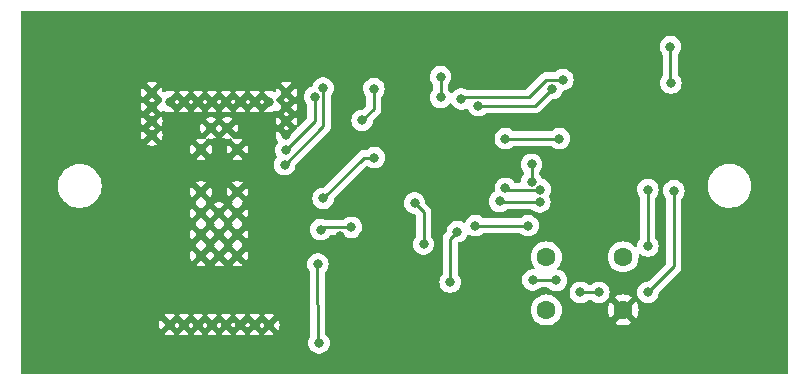
<source format=gbr>
%TF.GenerationSoftware,KiCad,Pcbnew,8.0.7*%
%TF.CreationDate,2025-04-13T14:38:49-04:00*%
%TF.ProjectId,radio,72616469-6f2e-46b6-9963-61645f706362,rev?*%
%TF.SameCoordinates,Original*%
%TF.FileFunction,Copper,L2,Bot*%
%TF.FilePolarity,Positive*%
%FSLAX46Y46*%
G04 Gerber Fmt 4.6, Leading zero omitted, Abs format (unit mm)*
G04 Created by KiCad (PCBNEW 8.0.7) date 2025-04-13 14:38:49*
%MOMM*%
%LPD*%
G01*
G04 APERTURE LIST*
%TA.AperFunction,ComponentPad*%
%ADD10C,0.800000*%
%TD*%
%TA.AperFunction,ComponentPad*%
%ADD11C,1.600000*%
%TD*%
%TA.AperFunction,ViaPad*%
%ADD12C,0.800000*%
%TD*%
%TA.AperFunction,Conductor*%
%ADD13C,0.250000*%
%TD*%
G04 APERTURE END LIST*
D10*
%TO.P,U2,G1,GND*%
%TO.N,GND*%
X141000000Y-94700000D03*
%TO.P,U2,G2,GND*%
X141000000Y-93500000D03*
%TO.P,U2,G3,GND*%
X141000000Y-92300000D03*
%TO.P,U2,G4,GND*%
X141000000Y-91100000D03*
%TO.P,U2,G5,GND*%
X139500000Y-91850000D03*
%TO.P,U2,G6,GND*%
X138300000Y-91850000D03*
%TO.P,U2,G7,GND*%
X137100000Y-91850000D03*
%TO.P,U2,G8,GND*%
X135900000Y-91850000D03*
%TO.P,U2,G9,GND*%
X134700000Y-91850000D03*
%TO.P,U2,G10,GND*%
X133500000Y-91850000D03*
%TO.P,U2,G11,GND*%
X132300000Y-91850000D03*
%TO.P,U2,G12,GND*%
X131100000Y-91850000D03*
%TO.P,U2,G13,GND*%
X129600000Y-91100000D03*
%TO.P,U2,G14,GND*%
X129600000Y-92300000D03*
%TO.P,U2,G15,GND*%
X129600000Y-93500000D03*
%TO.P,U2,G16,GND*%
X129600000Y-94700000D03*
%TO.P,U2,G17,GND*%
X131100000Y-110750000D03*
%TO.P,U2,G18,GND*%
X132300000Y-110750000D03*
%TO.P,U2,G19,GND*%
X133500000Y-110750000D03*
%TO.P,U2,G20,GND*%
X134700000Y-110750000D03*
%TO.P,U2,G21,GND*%
X135900000Y-110750000D03*
%TO.P,U2,G22,GND*%
X137100000Y-110750000D03*
%TO.P,U2,G23,GND*%
X138300000Y-110750000D03*
%TO.P,U2,G24,GND*%
X139500000Y-110750000D03*
%TO.P,U2,G25,GND*%
X136840000Y-95900000D03*
%TO.P,U2,G26,GND*%
X136000000Y-94100000D03*
%TO.P,U2,G27,GND*%
X134600000Y-94100000D03*
%TO.P,U2,G28,GND*%
X133760000Y-95900000D03*
%TO.P,U2,G29,GND*%
X133760000Y-99500000D03*
%TO.P,U2,G30,GND*%
X133760000Y-101300000D03*
%TO.P,U2,G31,GND*%
X133760000Y-103100000D03*
%TO.P,U2,G32,GND*%
X133760000Y-104900000D03*
%TO.P,U2,G33,GND*%
X135300000Y-104900000D03*
%TO.P,U2,G34,GND*%
X135300000Y-103100000D03*
%TO.P,U2,G35,GND*%
X135300000Y-101300000D03*
%TO.P,U2,G36,GND*%
X136840000Y-99500000D03*
%TO.P,U2,G37,GND*%
X136840000Y-101300000D03*
%TO.P,U2,G38,GND*%
X136840000Y-103100000D03*
%TO.P,U2,G39,GND*%
X136840000Y-104900000D03*
%TD*%
D11*
%TO.P,SW1,1,1*%
%TO.N,/RESET_N*%
X163000000Y-105000000D03*
%TO.P,SW1,2,2*%
%TO.N,unconnected-(SW1-Pad2)*%
X169500000Y-105000000D03*
%TO.P,SW1,3,3*%
%TO.N,unconnected-(SW1-Pad3)*%
X163000000Y-109500000D03*
%TO.P,SW1,4,4*%
%TO.N,GND*%
X169500000Y-109500000D03*
%TD*%
D12*
%TO.N,GND*%
X167550000Y-110750000D03*
X127250000Y-93500000D03*
X147500000Y-110750000D03*
X149500000Y-110750000D03*
X144500000Y-87800000D03*
X154450000Y-87950000D03*
X156150000Y-106150000D03*
X155750000Y-110550000D03*
X168500000Y-91500000D03*
X127150000Y-91100000D03*
X149500000Y-103200000D03*
X165300000Y-110750000D03*
X159100000Y-96250000D03*
X167500000Y-91500000D03*
X138350000Y-113300000D03*
X150050000Y-98824500D03*
X153700000Y-101850000D03*
X151500000Y-87700000D03*
X127150000Y-97450000D03*
X170750000Y-111700000D03*
X127250000Y-94700000D03*
X153450000Y-96650000D03*
X145500000Y-110750000D03*
X147500000Y-103250000D03*
X145500000Y-103250000D03*
%TO.N,+3V3*%
X154050000Y-91499500D03*
X154050000Y-89750000D03*
%TO.N,+1V8*%
X140950000Y-95950000D03*
X143400000Y-91450000D03*
%TO.N,/UART_TX_3v3*%
X164100000Y-95000000D03*
X159525500Y-95000000D03*
%TO.N,/UART_RX_3v3*%
X163500000Y-90750000D03*
X157250000Y-92200000D03*
%TO.N,/RST_3v3*%
X161750000Y-97175500D03*
X161750000Y-98650000D03*
%TO.N,/GRN_SW1*%
X162450000Y-100350000D03*
X143900000Y-102700000D03*
X146500000Y-102500000D03*
X159050000Y-100300000D03*
%TO.N,/SW0*%
X143650000Y-105600000D03*
X143750000Y-112300000D03*
%TO.N,/RADIO_RTS_3v3*%
X173500000Y-87200000D03*
X173542500Y-90300000D03*
%TO.N,/UART_CTS_1v8*%
X144100000Y-100050000D03*
X148450000Y-96600000D03*
%TO.N,/UART_RTS_1v8*%
X140850000Y-97200000D03*
X144100000Y-90700000D03*
%TO.N,/RADIO_CTS_3v3*%
X164400000Y-90000000D03*
X155800000Y-91650000D03*
%TO.N,Net-(U3-A5)*%
X148400000Y-90750000D03*
X147400000Y-93450000D03*
%TO.N,/RED_B*%
X163850000Y-107000000D03*
X167450000Y-108000000D03*
X171600000Y-108000000D03*
X154850000Y-107150000D03*
X173800000Y-99400000D03*
X155462701Y-102862701D03*
X165875500Y-108000000D03*
X161850000Y-106950000D03*
%TO.N,/GRN_B*%
X151838190Y-100438190D03*
X161450000Y-102350000D03*
X157000000Y-102350000D03*
X152600000Y-103924500D03*
%TO.N,/BLUE_B*%
X159525500Y-99200000D03*
X171600000Y-104100000D03*
X162493970Y-99317468D03*
X171600000Y-99300000D03*
%TD*%
D13*
%TO.N,+3V3*%
X154050000Y-91499500D02*
X154050000Y-89750000D01*
%TO.N,+1V8*%
X140950000Y-95950000D02*
X143400000Y-93500000D01*
X143400000Y-93500000D02*
X143400000Y-91450000D01*
%TO.N,/UART_TX_3v3*%
X164100000Y-95000000D02*
X159525500Y-95000000D01*
%TO.N,/UART_RX_3v3*%
X163500000Y-90750000D02*
X162050000Y-92200000D01*
X162050000Y-92200000D02*
X157250000Y-92200000D01*
%TO.N,/RST_3v3*%
X161750000Y-97175500D02*
X161750000Y-98650000D01*
%TO.N,/GRN_SW1*%
X159050000Y-100300000D02*
X159100000Y-100350000D01*
X143900000Y-102700000D02*
X144100000Y-102500000D01*
X144100000Y-102500000D02*
X146500000Y-102500000D01*
X159100000Y-100350000D02*
X162450000Y-100350000D01*
%TO.N,/SW0*%
X143650000Y-109050000D02*
X143600000Y-109000000D01*
X143750000Y-112300000D02*
X143650000Y-112200000D01*
X143600000Y-109000000D02*
X143600000Y-105650000D01*
X143650000Y-112200000D02*
X143650000Y-109050000D01*
X143600000Y-105650000D02*
X143650000Y-105600000D01*
%TO.N,/RADIO_RTS_3v3*%
X173500000Y-87200000D02*
X173500000Y-90257500D01*
X173500000Y-90257500D02*
X173542500Y-90300000D01*
%TO.N,/UART_CTS_1v8*%
X147550000Y-96600000D02*
X144100000Y-100050000D01*
X148450000Y-96600000D02*
X147550000Y-96600000D01*
%TO.N,/UART_RTS_1v8*%
X140850000Y-97200000D02*
X144124511Y-93925489D01*
X144124511Y-93925489D02*
X144124511Y-90724511D01*
X144124511Y-90724511D02*
X144100000Y-90700000D01*
%TO.N,/RADIO_CTS_3v3*%
X155800000Y-91650000D02*
X155975000Y-91475000D01*
X161525000Y-91475000D02*
X163000000Y-90000000D01*
X155975000Y-91475000D02*
X161525000Y-91475000D01*
X163000000Y-90000000D02*
X164400000Y-90000000D01*
%TO.N,Net-(U3-A5)*%
X147400000Y-93450000D02*
X148400000Y-92450000D01*
X148400000Y-92450000D02*
X148400000Y-90750000D01*
%TO.N,/RED_B*%
X161850000Y-106950000D02*
X163800000Y-106950000D01*
X154850000Y-103475402D02*
X154850000Y-107150000D01*
X155462701Y-102862701D02*
X154850000Y-103475402D01*
X173800000Y-105800000D02*
X173800000Y-99400000D01*
X165875500Y-108000000D02*
X167450000Y-108000000D01*
X171600000Y-108000000D02*
X173800000Y-105800000D01*
X163800000Y-106950000D02*
X163850000Y-107000000D01*
%TO.N,/GRN_B*%
X157000000Y-102350000D02*
X161450000Y-102350000D01*
X152600000Y-101200000D02*
X152600000Y-103924500D01*
X151838190Y-100438190D02*
X152600000Y-101200000D01*
%TO.N,/BLUE_B*%
X162436927Y-99374511D02*
X159700011Y-99374511D01*
X159700011Y-99374511D02*
X159525500Y-99200000D01*
X171600000Y-104100000D02*
X171600000Y-99300000D01*
X162493970Y-99317468D02*
X162436927Y-99374511D01*
%TD*%
%TA.AperFunction,Conductor*%
%TO.N,GND*%
G36*
X183442121Y-84170002D02*
G01*
X183488614Y-84223658D01*
X183500000Y-84276000D01*
X183500000Y-114824000D01*
X183479998Y-114892121D01*
X183426342Y-114938614D01*
X183374000Y-114950000D01*
X118626000Y-114950000D01*
X118557879Y-114929998D01*
X118511386Y-114876342D01*
X118500000Y-114824000D01*
X118500000Y-111548392D01*
X130660816Y-111548392D01*
X130817867Y-111618317D01*
X131004564Y-111658000D01*
X131195436Y-111658000D01*
X131382129Y-111618317D01*
X131539183Y-111548392D01*
X131860816Y-111548392D01*
X132017867Y-111618317D01*
X132204564Y-111658000D01*
X132395436Y-111658000D01*
X132582129Y-111618317D01*
X132739183Y-111548392D01*
X133060816Y-111548392D01*
X133217867Y-111618317D01*
X133404564Y-111658000D01*
X133595436Y-111658000D01*
X133782129Y-111618317D01*
X133939183Y-111548392D01*
X134260816Y-111548392D01*
X134417867Y-111618317D01*
X134604564Y-111658000D01*
X134795436Y-111658000D01*
X134982129Y-111618317D01*
X135139183Y-111548392D01*
X135460816Y-111548392D01*
X135617867Y-111618317D01*
X135804564Y-111658000D01*
X135995436Y-111658000D01*
X136182129Y-111618317D01*
X136339183Y-111548392D01*
X136660816Y-111548392D01*
X136817867Y-111618317D01*
X137004564Y-111658000D01*
X137195436Y-111658000D01*
X137382129Y-111618317D01*
X137539183Y-111548392D01*
X137860816Y-111548392D01*
X138017867Y-111618317D01*
X138204564Y-111658000D01*
X138395436Y-111658000D01*
X138582129Y-111618317D01*
X138739183Y-111548392D01*
X139060816Y-111548392D01*
X139217867Y-111618317D01*
X139404564Y-111658000D01*
X139595436Y-111658000D01*
X139782129Y-111618317D01*
X139939183Y-111548392D01*
X139500001Y-111109210D01*
X139500000Y-111109210D01*
X139060816Y-111548392D01*
X138739183Y-111548392D01*
X138300001Y-111109210D01*
X138300000Y-111109210D01*
X137860816Y-111548392D01*
X137539183Y-111548392D01*
X137100001Y-111109210D01*
X137100000Y-111109210D01*
X136660816Y-111548392D01*
X136339183Y-111548392D01*
X135900001Y-111109210D01*
X135900000Y-111109210D01*
X135460816Y-111548392D01*
X135139183Y-111548392D01*
X134700001Y-111109210D01*
X134700000Y-111109210D01*
X134260816Y-111548392D01*
X133939183Y-111548392D01*
X133500001Y-111109210D01*
X133500000Y-111109210D01*
X133060816Y-111548392D01*
X132739183Y-111548392D01*
X132300001Y-111109210D01*
X132300000Y-111109210D01*
X131860816Y-111548392D01*
X131539183Y-111548392D01*
X131100001Y-111109210D01*
X131100000Y-111109210D01*
X130660816Y-111548392D01*
X118500000Y-111548392D01*
X118500000Y-110750000D01*
X130186998Y-110750000D01*
X130206948Y-110939824D01*
X130265928Y-111121345D01*
X130265931Y-111121352D01*
X130303817Y-111186971D01*
X130740790Y-110749999D01*
X130710954Y-110720163D01*
X130950000Y-110720163D01*
X130950000Y-110779837D01*
X130972836Y-110834968D01*
X131015032Y-110877164D01*
X131070163Y-110900000D01*
X131129837Y-110900000D01*
X131184968Y-110877164D01*
X131227164Y-110834968D01*
X131250000Y-110779837D01*
X131250000Y-110749999D01*
X131459210Y-110749999D01*
X131459210Y-110750001D01*
X131699999Y-110990790D01*
X131700001Y-110990790D01*
X131940790Y-110750001D01*
X131940790Y-110749999D01*
X131910954Y-110720163D01*
X132150000Y-110720163D01*
X132150000Y-110779837D01*
X132172836Y-110834968D01*
X132215032Y-110877164D01*
X132270163Y-110900000D01*
X132329837Y-110900000D01*
X132384968Y-110877164D01*
X132427164Y-110834968D01*
X132450000Y-110779837D01*
X132450000Y-110749999D01*
X132659210Y-110749999D01*
X132659210Y-110750001D01*
X132899999Y-110990790D01*
X132900001Y-110990790D01*
X133140790Y-110750001D01*
X133140790Y-110749999D01*
X133110954Y-110720163D01*
X133350000Y-110720163D01*
X133350000Y-110779837D01*
X133372836Y-110834968D01*
X133415032Y-110877164D01*
X133470163Y-110900000D01*
X133529837Y-110900000D01*
X133584968Y-110877164D01*
X133627164Y-110834968D01*
X133650000Y-110779837D01*
X133650000Y-110749999D01*
X133859210Y-110749999D01*
X133859210Y-110750001D01*
X134099999Y-110990790D01*
X134100001Y-110990790D01*
X134340790Y-110750001D01*
X134340790Y-110749999D01*
X134310954Y-110720163D01*
X134550000Y-110720163D01*
X134550000Y-110779837D01*
X134572836Y-110834968D01*
X134615032Y-110877164D01*
X134670163Y-110900000D01*
X134729837Y-110900000D01*
X134784968Y-110877164D01*
X134827164Y-110834968D01*
X134850000Y-110779837D01*
X134850000Y-110749999D01*
X135059210Y-110749999D01*
X135059210Y-110750001D01*
X135299999Y-110990790D01*
X135300001Y-110990790D01*
X135540790Y-110750001D01*
X135540790Y-110749999D01*
X135510954Y-110720163D01*
X135750000Y-110720163D01*
X135750000Y-110779837D01*
X135772836Y-110834968D01*
X135815032Y-110877164D01*
X135870163Y-110900000D01*
X135929837Y-110900000D01*
X135984968Y-110877164D01*
X136027164Y-110834968D01*
X136050000Y-110779837D01*
X136050000Y-110749999D01*
X136259210Y-110749999D01*
X136259210Y-110750001D01*
X136499999Y-110990790D01*
X136500001Y-110990790D01*
X136740790Y-110750001D01*
X136740790Y-110749999D01*
X136710954Y-110720163D01*
X136950000Y-110720163D01*
X136950000Y-110779837D01*
X136972836Y-110834968D01*
X137015032Y-110877164D01*
X137070163Y-110900000D01*
X137129837Y-110900000D01*
X137184968Y-110877164D01*
X137227164Y-110834968D01*
X137250000Y-110779837D01*
X137250000Y-110749999D01*
X137459210Y-110749999D01*
X137459210Y-110750001D01*
X137699999Y-110990790D01*
X137700001Y-110990790D01*
X137940790Y-110750001D01*
X137940790Y-110749999D01*
X137910954Y-110720163D01*
X138150000Y-110720163D01*
X138150000Y-110779837D01*
X138172836Y-110834968D01*
X138215032Y-110877164D01*
X138270163Y-110900000D01*
X138329837Y-110900000D01*
X138384968Y-110877164D01*
X138427164Y-110834968D01*
X138450000Y-110779837D01*
X138450000Y-110749999D01*
X138659210Y-110749999D01*
X138659210Y-110750001D01*
X138899999Y-110990790D01*
X138900001Y-110990790D01*
X139140790Y-110750001D01*
X139140790Y-110749999D01*
X139110954Y-110720163D01*
X139350000Y-110720163D01*
X139350000Y-110779837D01*
X139372836Y-110834968D01*
X139415032Y-110877164D01*
X139470163Y-110900000D01*
X139529837Y-110900000D01*
X139584968Y-110877164D01*
X139627164Y-110834968D01*
X139650000Y-110779837D01*
X139650000Y-110749999D01*
X139859210Y-110749999D01*
X139859210Y-110750001D01*
X140296181Y-111186972D01*
X140296182Y-111186971D01*
X140334066Y-111121356D01*
X140393051Y-110939823D01*
X140413001Y-110750000D01*
X140393051Y-110560176D01*
X140334068Y-110378650D01*
X140334065Y-110378643D01*
X140296182Y-110313026D01*
X139859210Y-110749999D01*
X139650000Y-110749999D01*
X139650000Y-110720163D01*
X139627164Y-110665032D01*
X139584968Y-110622836D01*
X139529837Y-110600000D01*
X139470163Y-110600000D01*
X139415032Y-110622836D01*
X139372836Y-110665032D01*
X139350000Y-110720163D01*
X139110954Y-110720163D01*
X138900001Y-110509210D01*
X138899999Y-110509210D01*
X138659210Y-110749999D01*
X138450000Y-110749999D01*
X138450000Y-110720163D01*
X138427164Y-110665032D01*
X138384968Y-110622836D01*
X138329837Y-110600000D01*
X138270163Y-110600000D01*
X138215032Y-110622836D01*
X138172836Y-110665032D01*
X138150000Y-110720163D01*
X137910954Y-110720163D01*
X137700001Y-110509210D01*
X137699999Y-110509210D01*
X137459210Y-110749999D01*
X137250000Y-110749999D01*
X137250000Y-110720163D01*
X137227164Y-110665032D01*
X137184968Y-110622836D01*
X137129837Y-110600000D01*
X137070163Y-110600000D01*
X137015032Y-110622836D01*
X136972836Y-110665032D01*
X136950000Y-110720163D01*
X136710954Y-110720163D01*
X136500001Y-110509210D01*
X136499999Y-110509210D01*
X136259210Y-110749999D01*
X136050000Y-110749999D01*
X136050000Y-110720163D01*
X136027164Y-110665032D01*
X135984968Y-110622836D01*
X135929837Y-110600000D01*
X135870163Y-110600000D01*
X135815032Y-110622836D01*
X135772836Y-110665032D01*
X135750000Y-110720163D01*
X135510954Y-110720163D01*
X135300001Y-110509210D01*
X135299999Y-110509210D01*
X135059210Y-110749999D01*
X134850000Y-110749999D01*
X134850000Y-110720163D01*
X134827164Y-110665032D01*
X134784968Y-110622836D01*
X134729837Y-110600000D01*
X134670163Y-110600000D01*
X134615032Y-110622836D01*
X134572836Y-110665032D01*
X134550000Y-110720163D01*
X134310954Y-110720163D01*
X134100001Y-110509210D01*
X134099999Y-110509210D01*
X133859210Y-110749999D01*
X133650000Y-110749999D01*
X133650000Y-110720163D01*
X133627164Y-110665032D01*
X133584968Y-110622836D01*
X133529837Y-110600000D01*
X133470163Y-110600000D01*
X133415032Y-110622836D01*
X133372836Y-110665032D01*
X133350000Y-110720163D01*
X133110954Y-110720163D01*
X132900001Y-110509210D01*
X132899999Y-110509210D01*
X132659210Y-110749999D01*
X132450000Y-110749999D01*
X132450000Y-110720163D01*
X132427164Y-110665032D01*
X132384968Y-110622836D01*
X132329837Y-110600000D01*
X132270163Y-110600000D01*
X132215032Y-110622836D01*
X132172836Y-110665032D01*
X132150000Y-110720163D01*
X131910954Y-110720163D01*
X131700001Y-110509210D01*
X131699999Y-110509210D01*
X131459210Y-110749999D01*
X131250000Y-110749999D01*
X131250000Y-110720163D01*
X131227164Y-110665032D01*
X131184968Y-110622836D01*
X131129837Y-110600000D01*
X131070163Y-110600000D01*
X131015032Y-110622836D01*
X130972836Y-110665032D01*
X130950000Y-110720163D01*
X130710954Y-110720163D01*
X130303817Y-110313026D01*
X130265928Y-110378653D01*
X130265928Y-110378654D01*
X130206948Y-110560175D01*
X130186998Y-110750000D01*
X118500000Y-110750000D01*
X118500000Y-109951606D01*
X130660815Y-109951606D01*
X131099999Y-110390790D01*
X131100000Y-110390790D01*
X131539183Y-109951606D01*
X131860815Y-109951606D01*
X132299999Y-110390790D01*
X132300000Y-110390790D01*
X132739183Y-109951606D01*
X133060815Y-109951606D01*
X133499999Y-110390790D01*
X133500000Y-110390790D01*
X133939183Y-109951606D01*
X134260815Y-109951606D01*
X134699999Y-110390790D01*
X134700000Y-110390790D01*
X135139183Y-109951606D01*
X135460815Y-109951606D01*
X135899999Y-110390790D01*
X135900000Y-110390790D01*
X136339183Y-109951606D01*
X136660815Y-109951606D01*
X137099999Y-110390790D01*
X137100000Y-110390790D01*
X137539183Y-109951606D01*
X137860815Y-109951606D01*
X138299999Y-110390790D01*
X138300000Y-110390790D01*
X138739183Y-109951606D01*
X139060815Y-109951606D01*
X139499999Y-110390790D01*
X139500000Y-110390790D01*
X139939183Y-109951606D01*
X139782132Y-109881682D01*
X139595436Y-109842000D01*
X139404564Y-109842000D01*
X139217866Y-109881683D01*
X139060815Y-109951606D01*
X138739183Y-109951606D01*
X138582132Y-109881682D01*
X138395436Y-109842000D01*
X138204564Y-109842000D01*
X138017866Y-109881683D01*
X137860815Y-109951606D01*
X137539183Y-109951606D01*
X137382132Y-109881682D01*
X137195436Y-109842000D01*
X137004564Y-109842000D01*
X136817866Y-109881683D01*
X136660815Y-109951606D01*
X136339183Y-109951606D01*
X136182132Y-109881682D01*
X135995436Y-109842000D01*
X135804564Y-109842000D01*
X135617866Y-109881683D01*
X135460815Y-109951606D01*
X135139183Y-109951606D01*
X134982132Y-109881682D01*
X134795436Y-109842000D01*
X134604564Y-109842000D01*
X134417866Y-109881683D01*
X134260815Y-109951606D01*
X133939183Y-109951606D01*
X133782132Y-109881682D01*
X133595436Y-109842000D01*
X133404564Y-109842000D01*
X133217866Y-109881683D01*
X133060815Y-109951606D01*
X132739183Y-109951606D01*
X132582132Y-109881682D01*
X132395436Y-109842000D01*
X132204564Y-109842000D01*
X132017866Y-109881683D01*
X131860815Y-109951606D01*
X131539183Y-109951606D01*
X131382132Y-109881682D01*
X131195436Y-109842000D01*
X131004564Y-109842000D01*
X130817866Y-109881683D01*
X130660815Y-109951606D01*
X118500000Y-109951606D01*
X118500000Y-105698392D01*
X133320816Y-105698392D01*
X133477867Y-105768317D01*
X133664564Y-105808000D01*
X133855436Y-105808000D01*
X134042129Y-105768317D01*
X134199183Y-105698392D01*
X134860816Y-105698392D01*
X135017867Y-105768317D01*
X135204564Y-105808000D01*
X135395436Y-105808000D01*
X135582129Y-105768317D01*
X135739183Y-105698392D01*
X136400816Y-105698392D01*
X136557867Y-105768317D01*
X136744564Y-105808000D01*
X136935436Y-105808000D01*
X137122129Y-105768317D01*
X137279183Y-105698392D01*
X137180791Y-105600000D01*
X142736496Y-105600000D01*
X142756457Y-105789927D01*
X142774125Y-105844302D01*
X142815473Y-105971556D01*
X142815476Y-105971561D01*
X142890367Y-106101277D01*
X142910960Y-106136944D01*
X142930713Y-106158882D01*
X142934136Y-106162683D01*
X142964853Y-106226690D01*
X142966500Y-106246994D01*
X142966500Y-109062396D01*
X142976133Y-109110824D01*
X142990845Y-109184785D01*
X142990846Y-109184787D01*
X142990847Y-109184792D01*
X143006908Y-109223566D01*
X143016500Y-109271785D01*
X143016500Y-111719698D01*
X142999619Y-111782698D01*
X142915476Y-111928438D01*
X142915473Y-111928445D01*
X142856457Y-112110072D01*
X142836496Y-112300000D01*
X142856457Y-112489927D01*
X142886526Y-112582470D01*
X142915473Y-112671556D01*
X142915476Y-112671561D01*
X143010958Y-112836941D01*
X143010965Y-112836951D01*
X143138744Y-112978864D01*
X143138747Y-112978866D01*
X143293248Y-113091118D01*
X143467712Y-113168794D01*
X143654513Y-113208500D01*
X143845487Y-113208500D01*
X144032288Y-113168794D01*
X144206752Y-113091118D01*
X144361253Y-112978866D01*
X144489040Y-112836944D01*
X144584527Y-112671556D01*
X144643542Y-112489928D01*
X144663504Y-112300000D01*
X144643542Y-112110072D01*
X144584527Y-111928444D01*
X144489040Y-111763056D01*
X144361253Y-111621134D01*
X144361252Y-111621133D01*
X144361251Y-111621132D01*
X144361247Y-111621129D01*
X144335437Y-111602376D01*
X144292084Y-111546153D01*
X144283500Y-111500442D01*
X144283500Y-109500000D01*
X161686502Y-109500000D01*
X161706457Y-109728086D01*
X161765715Y-109949240D01*
X161765717Y-109949246D01*
X161862477Y-110156749D01*
X161971903Y-110313026D01*
X161993802Y-110344300D01*
X162155700Y-110506198D01*
X162343251Y-110637523D01*
X162550757Y-110734284D01*
X162771913Y-110793543D01*
X163000000Y-110813498D01*
X163228087Y-110793543D01*
X163449243Y-110734284D01*
X163656749Y-110637523D01*
X163844300Y-110506198D01*
X164006198Y-110344300D01*
X164137523Y-110156749D01*
X164234284Y-109949243D01*
X164293543Y-109728087D01*
X164313498Y-109500000D01*
X168187004Y-109500000D01*
X168206951Y-109728002D01*
X168266186Y-109949068D01*
X168266188Y-109949073D01*
X168362913Y-110156501D01*
X168412899Y-110227888D01*
X169015841Y-109624946D01*
X169034075Y-109692993D01*
X169099901Y-109807007D01*
X169192993Y-109900099D01*
X169307007Y-109965925D01*
X169375051Y-109984157D01*
X168772110Y-110587098D01*
X168772110Y-110587100D01*
X168843498Y-110637086D01*
X169050926Y-110733811D01*
X169050931Y-110733813D01*
X169271999Y-110793048D01*
X169271995Y-110793048D01*
X169500000Y-110812995D01*
X169728002Y-110793048D01*
X169949068Y-110733813D01*
X169949073Y-110733811D01*
X170156497Y-110637088D01*
X170227888Y-110587099D01*
X170227888Y-110587097D01*
X169624948Y-109984157D01*
X169692993Y-109965925D01*
X169807007Y-109900099D01*
X169900099Y-109807007D01*
X169965925Y-109692993D01*
X169984157Y-109624948D01*
X170587097Y-110227888D01*
X170587099Y-110227888D01*
X170637088Y-110156497D01*
X170733811Y-109949073D01*
X170733813Y-109949068D01*
X170793048Y-109728002D01*
X170812995Y-109500000D01*
X170793048Y-109271997D01*
X170733813Y-109050931D01*
X170733811Y-109050926D01*
X170637086Y-108843498D01*
X170587100Y-108772110D01*
X170587098Y-108772110D01*
X169984157Y-109375051D01*
X169965925Y-109307007D01*
X169900099Y-109192993D01*
X169807007Y-109099901D01*
X169692993Y-109034075D01*
X169624947Y-109015841D01*
X170227888Y-108412899D01*
X170227888Y-108412898D01*
X170156501Y-108362913D01*
X169949073Y-108266188D01*
X169949068Y-108266186D01*
X169728000Y-108206951D01*
X169728004Y-108206951D01*
X169500000Y-108187004D01*
X169271997Y-108206951D01*
X169050931Y-108266186D01*
X169050926Y-108266188D01*
X168843500Y-108362913D01*
X168772109Y-108412900D01*
X169375051Y-109015842D01*
X169307007Y-109034075D01*
X169192993Y-109099901D01*
X169099901Y-109192993D01*
X169034075Y-109307007D01*
X169015842Y-109375051D01*
X168412900Y-108772109D01*
X168362913Y-108843500D01*
X168266188Y-109050926D01*
X168266186Y-109050931D01*
X168206951Y-109271997D01*
X168187004Y-109500000D01*
X164313498Y-109500000D01*
X164293543Y-109271913D01*
X164234284Y-109050757D01*
X164137523Y-108843251D01*
X164006198Y-108655700D01*
X163844300Y-108493802D01*
X163728757Y-108412898D01*
X163656749Y-108362477D01*
X163449246Y-108265717D01*
X163449240Y-108265715D01*
X163355771Y-108240670D01*
X163228087Y-108206457D01*
X163000000Y-108186502D01*
X162771913Y-108206457D01*
X162550759Y-108265715D01*
X162550753Y-108265717D01*
X162343250Y-108362477D01*
X162155703Y-108493799D01*
X162155697Y-108493804D01*
X161993804Y-108655697D01*
X161993799Y-108655703D01*
X161862477Y-108843250D01*
X161765717Y-109050753D01*
X161765715Y-109050759D01*
X161706457Y-109271913D01*
X161686502Y-109500000D01*
X144283500Y-109500000D01*
X144283500Y-108987607D01*
X144283499Y-108987603D01*
X144273554Y-108937606D01*
X144259155Y-108865215D01*
X144259151Y-108865205D01*
X144243091Y-108826431D01*
X144233500Y-108778214D01*
X144233500Y-107150000D01*
X153936496Y-107150000D01*
X153956457Y-107339927D01*
X153966736Y-107371561D01*
X154015473Y-107521556D01*
X154015476Y-107521561D01*
X154110958Y-107686941D01*
X154110965Y-107686951D01*
X154238744Y-107828864D01*
X154293702Y-107868793D01*
X154393248Y-107941118D01*
X154567712Y-108018794D01*
X154754513Y-108058500D01*
X154945487Y-108058500D01*
X155132288Y-108018794D01*
X155174500Y-108000000D01*
X164961996Y-108000000D01*
X164981957Y-108189927D01*
X165012026Y-108282470D01*
X165040973Y-108371556D01*
X165040976Y-108371561D01*
X165136458Y-108536941D01*
X165136465Y-108536951D01*
X165264244Y-108678864D01*
X165264247Y-108678866D01*
X165418748Y-108791118D01*
X165593212Y-108868794D01*
X165780013Y-108908500D01*
X165970987Y-108908500D01*
X166157788Y-108868794D01*
X166332252Y-108791118D01*
X166486753Y-108678866D01*
X166490063Y-108675190D01*
X166550509Y-108637950D01*
X166583700Y-108633500D01*
X166741800Y-108633500D01*
X166809921Y-108653502D01*
X166835437Y-108675190D01*
X166838747Y-108678866D01*
X166993248Y-108791118D01*
X167167712Y-108868794D01*
X167354513Y-108908500D01*
X167545487Y-108908500D01*
X167732288Y-108868794D01*
X167906752Y-108791118D01*
X168061253Y-108678866D01*
X168082112Y-108655700D01*
X168189034Y-108536951D01*
X168189035Y-108536949D01*
X168189040Y-108536944D01*
X168284527Y-108371556D01*
X168343542Y-108189928D01*
X168363504Y-108000000D01*
X170686496Y-108000000D01*
X170706457Y-108189927D01*
X170736526Y-108282470D01*
X170765473Y-108371556D01*
X170765476Y-108371561D01*
X170860958Y-108536941D01*
X170860965Y-108536951D01*
X170988744Y-108678864D01*
X170988747Y-108678866D01*
X171143248Y-108791118D01*
X171317712Y-108868794D01*
X171504513Y-108908500D01*
X171695487Y-108908500D01*
X171882288Y-108868794D01*
X172056752Y-108791118D01*
X172211253Y-108678866D01*
X172232112Y-108655700D01*
X172339034Y-108536951D01*
X172339035Y-108536949D01*
X172339040Y-108536944D01*
X172434527Y-108371556D01*
X172493542Y-108189928D01*
X172510907Y-108024703D01*
X172537920Y-107959048D01*
X172547104Y-107948798D01*
X174292071Y-106203833D01*
X174361400Y-106100075D01*
X174409155Y-105984785D01*
X174433500Y-105862394D01*
X174433500Y-105737606D01*
X174433500Y-100102524D01*
X174453502Y-100034403D01*
X174465858Y-100018220D01*
X174539040Y-99936944D01*
X174634527Y-99771556D01*
X174693542Y-99589928D01*
X174713504Y-99400000D01*
X174693542Y-99210072D01*
X174634527Y-99028444D01*
X174548077Y-98878709D01*
X176649500Y-98878709D01*
X176649500Y-99121290D01*
X176681160Y-99361782D01*
X176743944Y-99596095D01*
X176743945Y-99596097D01*
X176743946Y-99596100D01*
X176836776Y-99820212D01*
X176836777Y-99820213D01*
X176836782Y-99820224D01*
X176958061Y-100030285D01*
X176958063Y-100030288D01*
X176958064Y-100030289D01*
X177105735Y-100222738D01*
X177105739Y-100222742D01*
X177105744Y-100222748D01*
X177277251Y-100394255D01*
X177277256Y-100394259D01*
X177277262Y-100394265D01*
X177469711Y-100541936D01*
X177469714Y-100541938D01*
X177679775Y-100663217D01*
X177679779Y-100663218D01*
X177679788Y-100663224D01*
X177903900Y-100756054D01*
X178138211Y-100818838D01*
X178138215Y-100818838D01*
X178138217Y-100818839D01*
X178200202Y-100826999D01*
X178378712Y-100850500D01*
X178378719Y-100850500D01*
X178621281Y-100850500D01*
X178621288Y-100850500D01*
X178838637Y-100821885D01*
X178861782Y-100818839D01*
X178861782Y-100818838D01*
X178861789Y-100818838D01*
X179096100Y-100756054D01*
X179320212Y-100663224D01*
X179530289Y-100541936D01*
X179722738Y-100394265D01*
X179894265Y-100222738D01*
X180041936Y-100030289D01*
X180163224Y-99820212D01*
X180256054Y-99596100D01*
X180318838Y-99361789D01*
X180350500Y-99121288D01*
X180350500Y-98878712D01*
X180318890Y-98638603D01*
X180318839Y-98638217D01*
X180318838Y-98638215D01*
X180318838Y-98638211D01*
X180256054Y-98403900D01*
X180163224Y-98179788D01*
X180163218Y-98179779D01*
X180163217Y-98179775D01*
X180041938Y-97969714D01*
X179972228Y-97878866D01*
X179894265Y-97777262D01*
X179894259Y-97777256D01*
X179894255Y-97777251D01*
X179722748Y-97605744D01*
X179722742Y-97605739D01*
X179722738Y-97605735D01*
X179530289Y-97458064D01*
X179530288Y-97458063D01*
X179530285Y-97458061D01*
X179320224Y-97336782D01*
X179320216Y-97336778D01*
X179320212Y-97336776D01*
X179096100Y-97243946D01*
X179096097Y-97243945D01*
X179096095Y-97243944D01*
X178861782Y-97181160D01*
X178621290Y-97149500D01*
X178621288Y-97149500D01*
X178378712Y-97149500D01*
X178378709Y-97149500D01*
X178138217Y-97181160D01*
X177903904Y-97243944D01*
X177903900Y-97243946D01*
X177819596Y-97278866D01*
X177679786Y-97336777D01*
X177679775Y-97336782D01*
X177469714Y-97458061D01*
X177277262Y-97605735D01*
X177277251Y-97605744D01*
X177105744Y-97777251D01*
X177105735Y-97777262D01*
X176958061Y-97969714D01*
X176836782Y-98179775D01*
X176836777Y-98179786D01*
X176836776Y-98179788D01*
X176749082Y-98391500D01*
X176743946Y-98403900D01*
X176743944Y-98403904D01*
X176681160Y-98638217D01*
X176649500Y-98878709D01*
X174548077Y-98878709D01*
X174539040Y-98863056D01*
X174539038Y-98863054D01*
X174539034Y-98863048D01*
X174411255Y-98721135D01*
X174256752Y-98608882D01*
X174082288Y-98531206D01*
X173895487Y-98491500D01*
X173704513Y-98491500D01*
X173517711Y-98531206D01*
X173343247Y-98608882D01*
X173188744Y-98721135D01*
X173060965Y-98863048D01*
X173060958Y-98863058D01*
X172965476Y-99028438D01*
X172965473Y-99028445D01*
X172906457Y-99210072D01*
X172886496Y-99400000D01*
X172906457Y-99589927D01*
X172932980Y-99671554D01*
X172965473Y-99771556D01*
X172965476Y-99771561D01*
X173059729Y-99934813D01*
X173060960Y-99936944D01*
X173134137Y-100018215D01*
X173164853Y-100082220D01*
X173166500Y-100102524D01*
X173166500Y-105485406D01*
X173146498Y-105553527D01*
X173129595Y-105574501D01*
X171649501Y-107054595D01*
X171587189Y-107088621D01*
X171560406Y-107091500D01*
X171504513Y-107091500D01*
X171317711Y-107131206D01*
X171143247Y-107208882D01*
X170988744Y-107321135D01*
X170860965Y-107463048D01*
X170860958Y-107463058D01*
X170765476Y-107628438D01*
X170765473Y-107628445D01*
X170706457Y-107810072D01*
X170686496Y-108000000D01*
X168363504Y-108000000D01*
X168343542Y-107810072D01*
X168284527Y-107628444D01*
X168189040Y-107463056D01*
X168189038Y-107463054D01*
X168189034Y-107463048D01*
X168061255Y-107321135D01*
X167906752Y-107208882D01*
X167732288Y-107131206D01*
X167545487Y-107091500D01*
X167354513Y-107091500D01*
X167167711Y-107131206D01*
X166993247Y-107208882D01*
X166838747Y-107321133D01*
X166835437Y-107324810D01*
X166774991Y-107362050D01*
X166741800Y-107366500D01*
X166583700Y-107366500D01*
X166515579Y-107346498D01*
X166490063Y-107324810D01*
X166486752Y-107321133D01*
X166332252Y-107208882D01*
X166157788Y-107131206D01*
X165970987Y-107091500D01*
X165780013Y-107091500D01*
X165593211Y-107131206D01*
X165418747Y-107208882D01*
X165264244Y-107321135D01*
X165136465Y-107463048D01*
X165136458Y-107463058D01*
X165040976Y-107628438D01*
X165040973Y-107628445D01*
X164981957Y-107810072D01*
X164961996Y-108000000D01*
X155174500Y-108000000D01*
X155306752Y-107941118D01*
X155461253Y-107828866D01*
X155478175Y-107810072D01*
X155589034Y-107686951D01*
X155589035Y-107686949D01*
X155589040Y-107686944D01*
X155684527Y-107521556D01*
X155743542Y-107339928D01*
X155763504Y-107150000D01*
X155743542Y-106960072D01*
X155740269Y-106950000D01*
X160936496Y-106950000D01*
X160956457Y-107139927D01*
X160972704Y-107189928D01*
X161015473Y-107321556D01*
X161015476Y-107321561D01*
X161110958Y-107486941D01*
X161110965Y-107486951D01*
X161238744Y-107628864D01*
X161238747Y-107628866D01*
X161393248Y-107741118D01*
X161567712Y-107818794D01*
X161754513Y-107858500D01*
X161945487Y-107858500D01*
X162132288Y-107818794D01*
X162306752Y-107741118D01*
X162461253Y-107628866D01*
X162464563Y-107625190D01*
X162525009Y-107587950D01*
X162558200Y-107583500D01*
X163096780Y-107583500D01*
X163164901Y-107603502D01*
X163190416Y-107625190D01*
X163238744Y-107678864D01*
X163238747Y-107678866D01*
X163393248Y-107791118D01*
X163567712Y-107868794D01*
X163754513Y-107908500D01*
X163945487Y-107908500D01*
X164132288Y-107868794D01*
X164306752Y-107791118D01*
X164461253Y-107678866D01*
X164589040Y-107536944D01*
X164684527Y-107371556D01*
X164743542Y-107189928D01*
X164763504Y-107000000D01*
X164743542Y-106810072D01*
X164684527Y-106628444D01*
X164589040Y-106463056D01*
X164589038Y-106463054D01*
X164589034Y-106463048D01*
X164461255Y-106321135D01*
X164306752Y-106208882D01*
X164132284Y-106131204D01*
X164018679Y-106107056D01*
X163956206Y-106073328D01*
X163921885Y-106011178D01*
X163926613Y-105940339D01*
X163955778Y-105894719D01*
X164006198Y-105844300D01*
X164137523Y-105656749D01*
X164234284Y-105449243D01*
X164293543Y-105228087D01*
X164313498Y-105000000D01*
X168186502Y-105000000D01*
X168206457Y-105228087D01*
X168218048Y-105271345D01*
X168265715Y-105449240D01*
X168265717Y-105449246D01*
X168362477Y-105656749D01*
X168455729Y-105789927D01*
X168493802Y-105844300D01*
X168655700Y-106006198D01*
X168843251Y-106137523D01*
X169050757Y-106234284D01*
X169271913Y-106293543D01*
X169500000Y-106313498D01*
X169728087Y-106293543D01*
X169949243Y-106234284D01*
X170156749Y-106137523D01*
X170344300Y-106006198D01*
X170506198Y-105844300D01*
X170637523Y-105656749D01*
X170734284Y-105449243D01*
X170793543Y-105228087D01*
X170813498Y-105000000D01*
X170805039Y-104903316D01*
X170819027Y-104833713D01*
X170868426Y-104782720D01*
X170937552Y-104766529D01*
X171004457Y-104790281D01*
X171004620Y-104790399D01*
X171064237Y-104833713D01*
X171143248Y-104891118D01*
X171317712Y-104968794D01*
X171504513Y-105008500D01*
X171695487Y-105008500D01*
X171882288Y-104968794D01*
X172056752Y-104891118D01*
X172211253Y-104778866D01*
X172211255Y-104778864D01*
X172339034Y-104636951D01*
X172339035Y-104636949D01*
X172339040Y-104636944D01*
X172434527Y-104471556D01*
X172493542Y-104289928D01*
X172513504Y-104100000D01*
X172493542Y-103910072D01*
X172434527Y-103728444D01*
X172342353Y-103568794D01*
X172339042Y-103563059D01*
X172339041Y-103563058D01*
X172339040Y-103563056D01*
X172265863Y-103481784D01*
X172235146Y-103417776D01*
X172233500Y-103397474D01*
X172233500Y-100002524D01*
X172253502Y-99934403D01*
X172265858Y-99918220D01*
X172339040Y-99836944D01*
X172434527Y-99671556D01*
X172493542Y-99489928D01*
X172513504Y-99300000D01*
X172493542Y-99110072D01*
X172434527Y-98928444D01*
X172339040Y-98763056D01*
X172339038Y-98763054D01*
X172339034Y-98763048D01*
X172211255Y-98621135D01*
X172056752Y-98508882D01*
X171882288Y-98431206D01*
X171695487Y-98391500D01*
X171504513Y-98391500D01*
X171317711Y-98431206D01*
X171143247Y-98508882D01*
X170988744Y-98621135D01*
X170860965Y-98763048D01*
X170860958Y-98763058D01*
X170765476Y-98928438D01*
X170765473Y-98928445D01*
X170706457Y-99110072D01*
X170686496Y-99300000D01*
X170706457Y-99489927D01*
X170719425Y-99529837D01*
X170765473Y-99671556D01*
X170776020Y-99689824D01*
X170851306Y-99820224D01*
X170860960Y-99836944D01*
X170934137Y-99918215D01*
X170964853Y-99982220D01*
X170966500Y-100002524D01*
X170966500Y-103397474D01*
X170946498Y-103465595D01*
X170934137Y-103481784D01*
X170860957Y-103563059D01*
X170789688Y-103686502D01*
X170765473Y-103728444D01*
X170753362Y-103765717D01*
X170706457Y-103910072D01*
X170691663Y-104050835D01*
X170664650Y-104116492D01*
X170606428Y-104157122D01*
X170535483Y-104159825D01*
X170477258Y-104126760D01*
X170344302Y-103993804D01*
X170344296Y-103993799D01*
X170156749Y-103862477D01*
X169949246Y-103765717D01*
X169949240Y-103765715D01*
X169821529Y-103731495D01*
X169728087Y-103706457D01*
X169500000Y-103686502D01*
X169271913Y-103706457D01*
X169050759Y-103765715D01*
X169050753Y-103765717D01*
X168843250Y-103862477D01*
X168655703Y-103993799D01*
X168655697Y-103993804D01*
X168493804Y-104155697D01*
X168493799Y-104155703D01*
X168362477Y-104343250D01*
X168265717Y-104550753D01*
X168265715Y-104550759D01*
X168221541Y-104715618D01*
X168206457Y-104771913D01*
X168186502Y-105000000D01*
X164313498Y-105000000D01*
X164293543Y-104771913D01*
X164234284Y-104550757D01*
X164137523Y-104343251D01*
X164006198Y-104155700D01*
X163844300Y-103993802D01*
X163728847Y-103912961D01*
X163656749Y-103862477D01*
X163449246Y-103765717D01*
X163449240Y-103765715D01*
X163321529Y-103731495D01*
X163228087Y-103706457D01*
X163000000Y-103686502D01*
X162771913Y-103706457D01*
X162550759Y-103765715D01*
X162550753Y-103765717D01*
X162343250Y-103862477D01*
X162155703Y-103993799D01*
X162155697Y-103993804D01*
X161993804Y-104155697D01*
X161993799Y-104155703D01*
X161862477Y-104343250D01*
X161765717Y-104550753D01*
X161765715Y-104550759D01*
X161721541Y-104715618D01*
X161706457Y-104771913D01*
X161686502Y-105000000D01*
X161706457Y-105228087D01*
X161718048Y-105271345D01*
X161765715Y-105449240D01*
X161765717Y-105449246D01*
X161862477Y-105656749D01*
X161993052Y-105843229D01*
X162015740Y-105910503D01*
X161998455Y-105979364D01*
X161946685Y-106027948D01*
X161889839Y-106041500D01*
X161754513Y-106041500D01*
X161567711Y-106081206D01*
X161393247Y-106158882D01*
X161238744Y-106271135D01*
X161110965Y-106413048D01*
X161110958Y-106413058D01*
X161015476Y-106578438D01*
X161015473Y-106578445D01*
X160956457Y-106760072D01*
X160936496Y-106950000D01*
X155740269Y-106950000D01*
X155684527Y-106778444D01*
X155589040Y-106613056D01*
X155515863Y-106531784D01*
X155485146Y-106467776D01*
X155483500Y-106447474D01*
X155483500Y-103889109D01*
X155503502Y-103820988D01*
X155557158Y-103774495D01*
X155583297Y-103765863D01*
X155744989Y-103731495D01*
X155919453Y-103653819D01*
X156073954Y-103541567D01*
X156073956Y-103541565D01*
X156201735Y-103399652D01*
X156201736Y-103399650D01*
X156201741Y-103399645D01*
X156297228Y-103234257D01*
X156315106Y-103179234D01*
X156355178Y-103120630D01*
X156420574Y-103092992D01*
X156490531Y-103105098D01*
X156508999Y-103116234D01*
X156543248Y-103141118D01*
X156717712Y-103218794D01*
X156904513Y-103258500D01*
X157095487Y-103258500D01*
X157282288Y-103218794D01*
X157456752Y-103141118D01*
X157611253Y-103028866D01*
X157614563Y-103025190D01*
X157675009Y-102987950D01*
X157708200Y-102983500D01*
X160741800Y-102983500D01*
X160809921Y-103003502D01*
X160835437Y-103025190D01*
X160838747Y-103028866D01*
X160993248Y-103141118D01*
X161167712Y-103218794D01*
X161354513Y-103258500D01*
X161545487Y-103258500D01*
X161732288Y-103218794D01*
X161906752Y-103141118D01*
X162061253Y-103028866D01*
X162132264Y-102950000D01*
X162189034Y-102886951D01*
X162189035Y-102886949D01*
X162189040Y-102886944D01*
X162284527Y-102721556D01*
X162343542Y-102539928D01*
X162363504Y-102350000D01*
X162343542Y-102160072D01*
X162284527Y-101978444D01*
X162189040Y-101813056D01*
X162189038Y-101813054D01*
X162189034Y-101813048D01*
X162061255Y-101671135D01*
X161906752Y-101558882D01*
X161732288Y-101481206D01*
X161545487Y-101441500D01*
X161354513Y-101441500D01*
X161167711Y-101481206D01*
X160993247Y-101558882D01*
X160838747Y-101671133D01*
X160835437Y-101674810D01*
X160774991Y-101712050D01*
X160741800Y-101716500D01*
X157708200Y-101716500D01*
X157640079Y-101696498D01*
X157614563Y-101674810D01*
X157611252Y-101671133D01*
X157456752Y-101558882D01*
X157282288Y-101481206D01*
X157095487Y-101441500D01*
X156904513Y-101441500D01*
X156717711Y-101481206D01*
X156543247Y-101558882D01*
X156388744Y-101671135D01*
X156260965Y-101813048D01*
X156260958Y-101813058D01*
X156165476Y-101978438D01*
X156165473Y-101978445D01*
X156147595Y-102033467D01*
X156107521Y-102092072D01*
X156042124Y-102119709D01*
X155972167Y-102107602D01*
X155953701Y-102096466D01*
X155947653Y-102092072D01*
X155919453Y-102071583D01*
X155744989Y-101993907D01*
X155558188Y-101954201D01*
X155367214Y-101954201D01*
X155180412Y-101993907D01*
X155005948Y-102071583D01*
X154851445Y-102183836D01*
X154723666Y-102325749D01*
X154723659Y-102325759D01*
X154628177Y-102491139D01*
X154628174Y-102491146D01*
X154569158Y-102672773D01*
X154551793Y-102837993D01*
X154524780Y-102903650D01*
X154515580Y-102913916D01*
X154446168Y-102983330D01*
X154357927Y-103071571D01*
X154357926Y-103071573D01*
X154288601Y-103175325D01*
X154249244Y-103270341D01*
X154240845Y-103290617D01*
X154237729Y-103306284D01*
X154216500Y-103413005D01*
X154216500Y-106447474D01*
X154196498Y-106515595D01*
X154184137Y-106531784D01*
X154110957Y-106613059D01*
X154015476Y-106778438D01*
X154015473Y-106778445D01*
X153956457Y-106960072D01*
X153936496Y-107150000D01*
X144233500Y-107150000D01*
X144233500Y-106358055D01*
X144253502Y-106289934D01*
X144265859Y-106273750D01*
X144389040Y-106136944D01*
X144484527Y-105971556D01*
X144543542Y-105789928D01*
X144563504Y-105600000D01*
X144543542Y-105410072D01*
X144484527Y-105228444D01*
X144389040Y-105063056D01*
X144389038Y-105063054D01*
X144389034Y-105063048D01*
X144261255Y-104921135D01*
X144106752Y-104808882D01*
X143932288Y-104731206D01*
X143745487Y-104691500D01*
X143554513Y-104691500D01*
X143367711Y-104731206D01*
X143193247Y-104808882D01*
X143038744Y-104921135D01*
X142910965Y-105063048D01*
X142910958Y-105063058D01*
X142815679Y-105228087D01*
X142815473Y-105228444D01*
X142801534Y-105271345D01*
X142756457Y-105410072D01*
X142736496Y-105600000D01*
X137180791Y-105600000D01*
X136840001Y-105259210D01*
X136840000Y-105259210D01*
X136400816Y-105698392D01*
X135739183Y-105698392D01*
X135300001Y-105259210D01*
X135300000Y-105259210D01*
X134860816Y-105698392D01*
X134199183Y-105698392D01*
X133760001Y-105259210D01*
X133760000Y-105259210D01*
X133320816Y-105698392D01*
X118500000Y-105698392D01*
X118500000Y-104900000D01*
X132846998Y-104900000D01*
X132866948Y-105089824D01*
X132925928Y-105271345D01*
X132925931Y-105271352D01*
X132963817Y-105336971D01*
X133400790Y-104899999D01*
X133370954Y-104870163D01*
X133610000Y-104870163D01*
X133610000Y-104929837D01*
X133632836Y-104984968D01*
X133675032Y-105027164D01*
X133730163Y-105050000D01*
X133789837Y-105050000D01*
X133844968Y-105027164D01*
X133887164Y-104984968D01*
X133910000Y-104929837D01*
X133910000Y-104899999D01*
X134119210Y-104899999D01*
X134119210Y-104900001D01*
X134529999Y-105310790D01*
X134530001Y-105310790D01*
X134940790Y-104900001D01*
X134940790Y-104899999D01*
X134910954Y-104870163D01*
X135150000Y-104870163D01*
X135150000Y-104929837D01*
X135172836Y-104984968D01*
X135215032Y-105027164D01*
X135270163Y-105050000D01*
X135329837Y-105050000D01*
X135384968Y-105027164D01*
X135427164Y-104984968D01*
X135450000Y-104929837D01*
X135450000Y-104899999D01*
X135659210Y-104899999D01*
X135659210Y-104900001D01*
X136069999Y-105310790D01*
X136070001Y-105310790D01*
X136480790Y-104900001D01*
X136480790Y-104899999D01*
X136450954Y-104870163D01*
X136690000Y-104870163D01*
X136690000Y-104929837D01*
X136712836Y-104984968D01*
X136755032Y-105027164D01*
X136810163Y-105050000D01*
X136869837Y-105050000D01*
X136924968Y-105027164D01*
X136967164Y-104984968D01*
X136990000Y-104929837D01*
X136990000Y-104899999D01*
X137199210Y-104899999D01*
X137199210Y-104900001D01*
X137636181Y-105336972D01*
X137636182Y-105336971D01*
X137674066Y-105271356D01*
X137733051Y-105089823D01*
X137753001Y-104900000D01*
X137733051Y-104710176D01*
X137674068Y-104528650D01*
X137674065Y-104528643D01*
X137636182Y-104463026D01*
X137199210Y-104899999D01*
X136990000Y-104899999D01*
X136990000Y-104870163D01*
X136967164Y-104815032D01*
X136924968Y-104772836D01*
X136869837Y-104750000D01*
X136810163Y-104750000D01*
X136755032Y-104772836D01*
X136712836Y-104815032D01*
X136690000Y-104870163D01*
X136450954Y-104870163D01*
X136070001Y-104489210D01*
X136069999Y-104489210D01*
X135659210Y-104899999D01*
X135450000Y-104899999D01*
X135450000Y-104870163D01*
X135427164Y-104815032D01*
X135384968Y-104772836D01*
X135329837Y-104750000D01*
X135270163Y-104750000D01*
X135215032Y-104772836D01*
X135172836Y-104815032D01*
X135150000Y-104870163D01*
X134910954Y-104870163D01*
X134530001Y-104489210D01*
X134529999Y-104489210D01*
X134119210Y-104899999D01*
X133910000Y-104899999D01*
X133910000Y-104870163D01*
X133887164Y-104815032D01*
X133844968Y-104772836D01*
X133789837Y-104750000D01*
X133730163Y-104750000D01*
X133675032Y-104772836D01*
X133632836Y-104815032D01*
X133610000Y-104870163D01*
X133370954Y-104870163D01*
X132963817Y-104463026D01*
X132925928Y-104528653D01*
X132925928Y-104528654D01*
X132866948Y-104710175D01*
X132846998Y-104900000D01*
X118500000Y-104900000D01*
X118500000Y-103898393D01*
X133320815Y-103898393D01*
X133323515Y-103912961D01*
X133344589Y-103930873D01*
X133365238Y-103998800D01*
X133345885Y-104067108D01*
X133323554Y-104086832D01*
X133320815Y-104101606D01*
X133759999Y-104540790D01*
X133760000Y-104540790D01*
X134199183Y-104101606D01*
X134196482Y-104087037D01*
X134175409Y-104069125D01*
X134154760Y-104001198D01*
X134174113Y-103932890D01*
X134196446Y-103913163D01*
X134199183Y-103898393D01*
X134860815Y-103898393D01*
X134863515Y-103912961D01*
X134884589Y-103930873D01*
X134905238Y-103998800D01*
X134885885Y-104067108D01*
X134863554Y-104086832D01*
X134860815Y-104101606D01*
X135299999Y-104540790D01*
X135300000Y-104540790D01*
X135739183Y-104101606D01*
X135736482Y-104087037D01*
X135715409Y-104069125D01*
X135694760Y-104001198D01*
X135714113Y-103932890D01*
X135736446Y-103913163D01*
X135739183Y-103898393D01*
X136400815Y-103898393D01*
X136403515Y-103912961D01*
X136424589Y-103930873D01*
X136445238Y-103998800D01*
X136425885Y-104067108D01*
X136403554Y-104086832D01*
X136400815Y-104101606D01*
X136839999Y-104540790D01*
X136840000Y-104540790D01*
X137279183Y-104101606D01*
X137276482Y-104087037D01*
X137255409Y-104069125D01*
X137234760Y-104001198D01*
X137254113Y-103932890D01*
X137276446Y-103913163D01*
X137279183Y-103898392D01*
X136840001Y-103459210D01*
X136840000Y-103459210D01*
X136400815Y-103898393D01*
X135739183Y-103898393D01*
X135739183Y-103898392D01*
X135300001Y-103459210D01*
X135300000Y-103459210D01*
X134860815Y-103898393D01*
X134199183Y-103898393D01*
X134199183Y-103898392D01*
X133760001Y-103459210D01*
X133760000Y-103459210D01*
X133320815Y-103898393D01*
X118500000Y-103898393D01*
X118500000Y-103100000D01*
X132846998Y-103100000D01*
X132866948Y-103289824D01*
X132925928Y-103471345D01*
X132925931Y-103471352D01*
X132963817Y-103536971D01*
X133400790Y-103099999D01*
X133370954Y-103070163D01*
X133610000Y-103070163D01*
X133610000Y-103129837D01*
X133632836Y-103184968D01*
X133675032Y-103227164D01*
X133730163Y-103250000D01*
X133789837Y-103250000D01*
X133844968Y-103227164D01*
X133887164Y-103184968D01*
X133910000Y-103129837D01*
X133910000Y-103099999D01*
X134119210Y-103099999D01*
X134119210Y-103100001D01*
X134529999Y-103510790D01*
X134530001Y-103510790D01*
X134940790Y-103100001D01*
X134940790Y-103099999D01*
X134910954Y-103070163D01*
X135150000Y-103070163D01*
X135150000Y-103129837D01*
X135172836Y-103184968D01*
X135215032Y-103227164D01*
X135270163Y-103250000D01*
X135329837Y-103250000D01*
X135384968Y-103227164D01*
X135427164Y-103184968D01*
X135450000Y-103129837D01*
X135450000Y-103099999D01*
X135659210Y-103099999D01*
X135659210Y-103100001D01*
X136069999Y-103510790D01*
X136070001Y-103510790D01*
X136480790Y-103100001D01*
X136480790Y-103099999D01*
X136450954Y-103070163D01*
X136690000Y-103070163D01*
X136690000Y-103129837D01*
X136712836Y-103184968D01*
X136755032Y-103227164D01*
X136810163Y-103250000D01*
X136869837Y-103250000D01*
X136924968Y-103227164D01*
X136967164Y-103184968D01*
X136990000Y-103129837D01*
X136990000Y-103099999D01*
X137199210Y-103099999D01*
X137199210Y-103100001D01*
X137636181Y-103536972D01*
X137636182Y-103536971D01*
X137674066Y-103471356D01*
X137733051Y-103289823D01*
X137753001Y-103100000D01*
X137733051Y-102910176D01*
X137674068Y-102728650D01*
X137674065Y-102728643D01*
X137657528Y-102700000D01*
X142986496Y-102700000D01*
X143006457Y-102889927D01*
X143033397Y-102972836D01*
X143065473Y-103071556D01*
X143065476Y-103071561D01*
X143160958Y-103236941D01*
X143160965Y-103236951D01*
X143288744Y-103378864D01*
X143335735Y-103413005D01*
X143443248Y-103491118D01*
X143617712Y-103568794D01*
X143804513Y-103608500D01*
X143995487Y-103608500D01*
X144182288Y-103568794D01*
X144356752Y-103491118D01*
X144511253Y-103378866D01*
X144590262Y-103291118D01*
X144639034Y-103236951D01*
X144639034Y-103236949D01*
X144639040Y-103236944D01*
X144651953Y-103214577D01*
X144662392Y-103196499D01*
X144713775Y-103147506D01*
X144771510Y-103133500D01*
X145791800Y-103133500D01*
X145859921Y-103153502D01*
X145885437Y-103175190D01*
X145888747Y-103178866D01*
X146043248Y-103291118D01*
X146217712Y-103368794D01*
X146404513Y-103408500D01*
X146595487Y-103408500D01*
X146782288Y-103368794D01*
X146956752Y-103291118D01*
X147111253Y-103178866D01*
X147114440Y-103175327D01*
X147239034Y-103036951D01*
X147239035Y-103036949D01*
X147239040Y-103036944D01*
X147334527Y-102871556D01*
X147393542Y-102689928D01*
X147413504Y-102500000D01*
X147393542Y-102310072D01*
X147334527Y-102128444D01*
X147239040Y-101963056D01*
X147239038Y-101963054D01*
X147239034Y-101963048D01*
X147111255Y-101821135D01*
X146956752Y-101708882D01*
X146782288Y-101631206D01*
X146595487Y-101591500D01*
X146404513Y-101591500D01*
X146217711Y-101631206D01*
X146043247Y-101708882D01*
X145888747Y-101821133D01*
X145885437Y-101824810D01*
X145824991Y-101862050D01*
X145791800Y-101866500D01*
X144288343Y-101866500D01*
X144237095Y-101855607D01*
X144182290Y-101831206D01*
X143995487Y-101791500D01*
X143804513Y-101791500D01*
X143617711Y-101831206D01*
X143443247Y-101908882D01*
X143288744Y-102021135D01*
X143160965Y-102163048D01*
X143160958Y-102163058D01*
X143065476Y-102328438D01*
X143065473Y-102328445D01*
X143006457Y-102510072D01*
X142986496Y-102700000D01*
X137657528Y-102700000D01*
X137636182Y-102663026D01*
X137199210Y-103099999D01*
X136990000Y-103099999D01*
X136990000Y-103070163D01*
X136967164Y-103015032D01*
X136924968Y-102972836D01*
X136869837Y-102950000D01*
X136810163Y-102950000D01*
X136755032Y-102972836D01*
X136712836Y-103015032D01*
X136690000Y-103070163D01*
X136450954Y-103070163D01*
X136070001Y-102689210D01*
X136069999Y-102689210D01*
X135659210Y-103099999D01*
X135450000Y-103099999D01*
X135450000Y-103070163D01*
X135427164Y-103015032D01*
X135384968Y-102972836D01*
X135329837Y-102950000D01*
X135270163Y-102950000D01*
X135215032Y-102972836D01*
X135172836Y-103015032D01*
X135150000Y-103070163D01*
X134910954Y-103070163D01*
X134530001Y-102689210D01*
X134529999Y-102689210D01*
X134119210Y-103099999D01*
X133910000Y-103099999D01*
X133910000Y-103070163D01*
X133887164Y-103015032D01*
X133844968Y-102972836D01*
X133789837Y-102950000D01*
X133730163Y-102950000D01*
X133675032Y-102972836D01*
X133632836Y-103015032D01*
X133610000Y-103070163D01*
X133370954Y-103070163D01*
X132963817Y-102663026D01*
X132925928Y-102728653D01*
X132925928Y-102728654D01*
X132866948Y-102910175D01*
X132846998Y-103100000D01*
X118500000Y-103100000D01*
X118500000Y-102098393D01*
X133320815Y-102098393D01*
X133323515Y-102112961D01*
X133344589Y-102130873D01*
X133365238Y-102198800D01*
X133345885Y-102267108D01*
X133323554Y-102286832D01*
X133320815Y-102301606D01*
X133759999Y-102740790D01*
X133760000Y-102740790D01*
X134199183Y-102301606D01*
X134196482Y-102287037D01*
X134175409Y-102269125D01*
X134154760Y-102201198D01*
X134174113Y-102132890D01*
X134196446Y-102113163D01*
X134199183Y-102098393D01*
X134860815Y-102098393D01*
X134863515Y-102112961D01*
X134884589Y-102130873D01*
X134905238Y-102198800D01*
X134885885Y-102267108D01*
X134863554Y-102286832D01*
X134860815Y-102301606D01*
X135299999Y-102740790D01*
X135300000Y-102740790D01*
X135739183Y-102301606D01*
X135736482Y-102287037D01*
X135715409Y-102269125D01*
X135694760Y-102201198D01*
X135714113Y-102132890D01*
X135736446Y-102113163D01*
X135739183Y-102098393D01*
X136400815Y-102098393D01*
X136403515Y-102112961D01*
X136424589Y-102130873D01*
X136445238Y-102198800D01*
X136425885Y-102267108D01*
X136403554Y-102286832D01*
X136400815Y-102301606D01*
X136839999Y-102740790D01*
X136840000Y-102740790D01*
X137279183Y-102301606D01*
X137276482Y-102287037D01*
X137255409Y-102269125D01*
X137234760Y-102201198D01*
X137254113Y-102132890D01*
X137276446Y-102113163D01*
X137279183Y-102098392D01*
X136840001Y-101659210D01*
X136840000Y-101659210D01*
X136400815Y-102098393D01*
X135739183Y-102098393D01*
X135739183Y-102098392D01*
X135300001Y-101659210D01*
X135300000Y-101659210D01*
X134860815Y-102098393D01*
X134199183Y-102098393D01*
X134199183Y-102098392D01*
X133760001Y-101659210D01*
X133760000Y-101659210D01*
X133320815Y-102098393D01*
X118500000Y-102098393D01*
X118500000Y-101300000D01*
X132846998Y-101300000D01*
X132866948Y-101489824D01*
X132925928Y-101671345D01*
X132925931Y-101671352D01*
X132963817Y-101736971D01*
X133400790Y-101299999D01*
X133370954Y-101270163D01*
X133610000Y-101270163D01*
X133610000Y-101329837D01*
X133632836Y-101384968D01*
X133675032Y-101427164D01*
X133730163Y-101450000D01*
X133789837Y-101450000D01*
X133844968Y-101427164D01*
X133887164Y-101384968D01*
X133910000Y-101329837D01*
X133910000Y-101299999D01*
X134119210Y-101299999D01*
X134119210Y-101300001D01*
X134529999Y-101710790D01*
X134530001Y-101710790D01*
X134940790Y-101300001D01*
X134940790Y-101299999D01*
X134910954Y-101270163D01*
X135150000Y-101270163D01*
X135150000Y-101329837D01*
X135172836Y-101384968D01*
X135215032Y-101427164D01*
X135270163Y-101450000D01*
X135329837Y-101450000D01*
X135384968Y-101427164D01*
X135427164Y-101384968D01*
X135450000Y-101329837D01*
X135450000Y-101299999D01*
X135659210Y-101299999D01*
X135659210Y-101300001D01*
X136069999Y-101710790D01*
X136070001Y-101710790D01*
X136480790Y-101300001D01*
X136480790Y-101299999D01*
X136450954Y-101270163D01*
X136690000Y-101270163D01*
X136690000Y-101329837D01*
X136712836Y-101384968D01*
X136755032Y-101427164D01*
X136810163Y-101450000D01*
X136869837Y-101450000D01*
X136924968Y-101427164D01*
X136967164Y-101384968D01*
X136990000Y-101329837D01*
X136990000Y-101299999D01*
X137199210Y-101299999D01*
X137199210Y-101300001D01*
X137636181Y-101736972D01*
X137636182Y-101736971D01*
X137674066Y-101671356D01*
X137733051Y-101489823D01*
X137753001Y-101300000D01*
X137733051Y-101110176D01*
X137674068Y-100928650D01*
X137674065Y-100928643D01*
X137636182Y-100863026D01*
X137199210Y-101299999D01*
X136990000Y-101299999D01*
X136990000Y-101270163D01*
X136967164Y-101215032D01*
X136924968Y-101172836D01*
X136869837Y-101150000D01*
X136810163Y-101150000D01*
X136755032Y-101172836D01*
X136712836Y-101215032D01*
X136690000Y-101270163D01*
X136450954Y-101270163D01*
X136070001Y-100889210D01*
X136069999Y-100889210D01*
X135659210Y-101299999D01*
X135450000Y-101299999D01*
X135450000Y-101270163D01*
X135427164Y-101215032D01*
X135384968Y-101172836D01*
X135329837Y-101150000D01*
X135270163Y-101150000D01*
X135215032Y-101172836D01*
X135172836Y-101215032D01*
X135150000Y-101270163D01*
X134910954Y-101270163D01*
X134530001Y-100889210D01*
X134529999Y-100889210D01*
X134119210Y-101299999D01*
X133910000Y-101299999D01*
X133910000Y-101270163D01*
X133887164Y-101215032D01*
X133844968Y-101172836D01*
X133789837Y-101150000D01*
X133730163Y-101150000D01*
X133675032Y-101172836D01*
X133632836Y-101215032D01*
X133610000Y-101270163D01*
X133370954Y-101270163D01*
X132963817Y-100863026D01*
X132925928Y-100928653D01*
X132925928Y-100928654D01*
X132866948Y-101110175D01*
X132846998Y-101300000D01*
X118500000Y-101300000D01*
X118500000Y-98878709D01*
X121649500Y-98878709D01*
X121649500Y-99121290D01*
X121681160Y-99361782D01*
X121743944Y-99596095D01*
X121743945Y-99596097D01*
X121743946Y-99596100D01*
X121836776Y-99820212D01*
X121836777Y-99820213D01*
X121836782Y-99820224D01*
X121958061Y-100030285D01*
X121958063Y-100030288D01*
X121958064Y-100030289D01*
X122105735Y-100222738D01*
X122105739Y-100222742D01*
X122105744Y-100222748D01*
X122277251Y-100394255D01*
X122277256Y-100394259D01*
X122277262Y-100394265D01*
X122469711Y-100541936D01*
X122469714Y-100541938D01*
X122679775Y-100663217D01*
X122679779Y-100663218D01*
X122679788Y-100663224D01*
X122903900Y-100756054D01*
X123138211Y-100818838D01*
X123138215Y-100818838D01*
X123138217Y-100818839D01*
X123200202Y-100826999D01*
X123378712Y-100850500D01*
X123378719Y-100850500D01*
X123621281Y-100850500D01*
X123621288Y-100850500D01*
X123838637Y-100821885D01*
X123861782Y-100818839D01*
X123861782Y-100818838D01*
X123861789Y-100818838D01*
X124096100Y-100756054D01*
X124320212Y-100663224D01*
X124530289Y-100541936D01*
X124722738Y-100394265D01*
X124818610Y-100298393D01*
X133320815Y-100298393D01*
X133323515Y-100312961D01*
X133344589Y-100330873D01*
X133365238Y-100398800D01*
X133345885Y-100467108D01*
X133323554Y-100486832D01*
X133320815Y-100501606D01*
X133759999Y-100940790D01*
X133760000Y-100940790D01*
X134199183Y-100501606D01*
X134860815Y-100501606D01*
X135299999Y-100940790D01*
X135300000Y-100940790D01*
X135739183Y-100501606D01*
X135582132Y-100431682D01*
X135395436Y-100392000D01*
X135204564Y-100392000D01*
X135017866Y-100431683D01*
X134860815Y-100501606D01*
X134199183Y-100501606D01*
X134196482Y-100487037D01*
X134175409Y-100469125D01*
X134154760Y-100401198D01*
X134174113Y-100332890D01*
X134196446Y-100313163D01*
X134199183Y-100298393D01*
X136400815Y-100298393D01*
X136403515Y-100312961D01*
X136424589Y-100330873D01*
X136445238Y-100398800D01*
X136425885Y-100467108D01*
X136403554Y-100486832D01*
X136400815Y-100501606D01*
X136839999Y-100940790D01*
X136840000Y-100940790D01*
X137279183Y-100501606D01*
X137276482Y-100487037D01*
X137255409Y-100469125D01*
X137234760Y-100401198D01*
X137254113Y-100332890D01*
X137276446Y-100313163D01*
X137279183Y-100298392D01*
X137030791Y-100050000D01*
X143186496Y-100050000D01*
X143206457Y-100239927D01*
X143230188Y-100312961D01*
X143265473Y-100421556D01*
X143265476Y-100421561D01*
X143360958Y-100586941D01*
X143360965Y-100586951D01*
X143488744Y-100728864D01*
X143526168Y-100756054D01*
X143643248Y-100841118D01*
X143817712Y-100918794D01*
X144004513Y-100958500D01*
X144195487Y-100958500D01*
X144382288Y-100918794D01*
X144556752Y-100841118D01*
X144711253Y-100728866D01*
X144711255Y-100728864D01*
X144839034Y-100586951D01*
X144839035Y-100586949D01*
X144839040Y-100586944D01*
X144924923Y-100438190D01*
X150924686Y-100438190D01*
X150944647Y-100628117D01*
X150970580Y-100707929D01*
X151003663Y-100809746D01*
X151003666Y-100809751D01*
X151099148Y-100975131D01*
X151099155Y-100975141D01*
X151226934Y-101117054D01*
X151255223Y-101137607D01*
X151381438Y-101229308D01*
X151555902Y-101306984D01*
X151742703Y-101346690D01*
X151798596Y-101346690D01*
X151866717Y-101366692D01*
X151887691Y-101383595D01*
X151929595Y-101425499D01*
X151963621Y-101487811D01*
X151966500Y-101514594D01*
X151966500Y-103221974D01*
X151946498Y-103290095D01*
X151934137Y-103306284D01*
X151860957Y-103387559D01*
X151765476Y-103552938D01*
X151765473Y-103552944D01*
X151760323Y-103568794D01*
X151706457Y-103734572D01*
X151686496Y-103924500D01*
X151706457Y-104114427D01*
X151736526Y-104206970D01*
X151765473Y-104296056D01*
X151765476Y-104296061D01*
X151860958Y-104461441D01*
X151860965Y-104461451D01*
X151988744Y-104603364D01*
X151988747Y-104603366D01*
X152143248Y-104715618D01*
X152317712Y-104793294D01*
X152504513Y-104833000D01*
X152695487Y-104833000D01*
X152882288Y-104793294D01*
X153056752Y-104715618D01*
X153211253Y-104603366D01*
X153258621Y-104550759D01*
X153339034Y-104461451D01*
X153339035Y-104461449D01*
X153339040Y-104461444D01*
X153434527Y-104296056D01*
X153493542Y-104114428D01*
X153513504Y-103924500D01*
X153493542Y-103734572D01*
X153434527Y-103552944D01*
X153339040Y-103387556D01*
X153265863Y-103306284D01*
X153235146Y-103242276D01*
X153233500Y-103221974D01*
X153233500Y-101137607D01*
X153233499Y-101137603D01*
X153229412Y-101117056D01*
X153209155Y-101015215D01*
X153161400Y-100899925D01*
X153092071Y-100796167D01*
X153003833Y-100707929D01*
X152785312Y-100489408D01*
X152751286Y-100427096D01*
X152749097Y-100413483D01*
X152737170Y-100300000D01*
X158136496Y-100300000D01*
X158156457Y-100489927D01*
X158173357Y-100541938D01*
X158215473Y-100671556D01*
X158215476Y-100671561D01*
X158310958Y-100836941D01*
X158310965Y-100836951D01*
X158438744Y-100978864D01*
X158438747Y-100978866D01*
X158593248Y-101091118D01*
X158767712Y-101168794D01*
X158954513Y-101208500D01*
X159145487Y-101208500D01*
X159332288Y-101168794D01*
X159506752Y-101091118D01*
X159621754Y-101007564D01*
X159688622Y-100983705D01*
X159695815Y-100983500D01*
X161741800Y-100983500D01*
X161809921Y-101003502D01*
X161835437Y-101025190D01*
X161838747Y-101028866D01*
X161993248Y-101141118D01*
X162167712Y-101218794D01*
X162354513Y-101258500D01*
X162545487Y-101258500D01*
X162732288Y-101218794D01*
X162906752Y-101141118D01*
X163061253Y-101028866D01*
X163064563Y-101025190D01*
X163189034Y-100886951D01*
X163189035Y-100886949D01*
X163189040Y-100886944D01*
X163284527Y-100721556D01*
X163343542Y-100539928D01*
X163363504Y-100350000D01*
X163343542Y-100160072D01*
X163284527Y-99978444D01*
X163284524Y-99978438D01*
X163259337Y-99934813D01*
X163242598Y-99865818D01*
X163259334Y-99808817D01*
X163328497Y-99689024D01*
X163387512Y-99507396D01*
X163407474Y-99317468D01*
X163387512Y-99127540D01*
X163328497Y-98945912D01*
X163233010Y-98780524D01*
X163233008Y-98780522D01*
X163233004Y-98780516D01*
X163105225Y-98638603D01*
X162950722Y-98526350D01*
X162776254Y-98448672D01*
X162700872Y-98432649D01*
X162638399Y-98398921D01*
X162607237Y-98348338D01*
X162584530Y-98278451D01*
X162584527Y-98278445D01*
X162584527Y-98278444D01*
X162489040Y-98113056D01*
X162415863Y-98031784D01*
X162385146Y-97967776D01*
X162383500Y-97947474D01*
X162383500Y-97878024D01*
X162403502Y-97809903D01*
X162415858Y-97793720D01*
X162489040Y-97712444D01*
X162584527Y-97547056D01*
X162643542Y-97365428D01*
X162663504Y-97175500D01*
X162643542Y-96985572D01*
X162584527Y-96803944D01*
X162489040Y-96638556D01*
X162489038Y-96638554D01*
X162489034Y-96638548D01*
X162361255Y-96496635D01*
X162206752Y-96384382D01*
X162032288Y-96306706D01*
X161845487Y-96267000D01*
X161654513Y-96267000D01*
X161467711Y-96306706D01*
X161293247Y-96384382D01*
X161138744Y-96496635D01*
X161010965Y-96638548D01*
X161010958Y-96638558D01*
X160923565Y-96789928D01*
X160915473Y-96803944D01*
X160907512Y-96828445D01*
X160856457Y-96985572D01*
X160836496Y-97175500D01*
X160856457Y-97365427D01*
X160864805Y-97391118D01*
X160915473Y-97547056D01*
X161010960Y-97712444D01*
X161084137Y-97793715D01*
X161114853Y-97857720D01*
X161116500Y-97878024D01*
X161116500Y-97947474D01*
X161096498Y-98015595D01*
X161084137Y-98031784D01*
X161010957Y-98113059D01*
X160915476Y-98278438D01*
X160915473Y-98278445D01*
X160856457Y-98460072D01*
X160838789Y-98628181D01*
X160811776Y-98693838D01*
X160753554Y-98734468D01*
X160713479Y-98741011D01*
X160382293Y-98741011D01*
X160314172Y-98721009D01*
X160273173Y-98678009D01*
X160264541Y-98663058D01*
X160264536Y-98663050D01*
X160136755Y-98521135D01*
X159982252Y-98408882D01*
X159807788Y-98331206D01*
X159620987Y-98291500D01*
X159430013Y-98291500D01*
X159243211Y-98331206D01*
X159068747Y-98408882D01*
X158914244Y-98521135D01*
X158786465Y-98663048D01*
X158786458Y-98663058D01*
X158690976Y-98828438D01*
X158690973Y-98828445D01*
X158631957Y-99010072D01*
X158611996Y-99200000D01*
X158632648Y-99396496D01*
X158631052Y-99396663D01*
X158626265Y-99459366D01*
X158583445Y-99515997D01*
X158582483Y-99516703D01*
X158438744Y-99621135D01*
X158310965Y-99763048D01*
X158310958Y-99763058D01*
X158215476Y-99928438D01*
X158215473Y-99928444D01*
X158212702Y-99936972D01*
X158156457Y-100110072D01*
X158136496Y-100300000D01*
X152737170Y-100300000D01*
X152731732Y-100248262D01*
X152723442Y-100222748D01*
X152672717Y-100066634D01*
X152577230Y-99901246D01*
X152577228Y-99901244D01*
X152577224Y-99901238D01*
X152449445Y-99759325D01*
X152294942Y-99647072D01*
X152120478Y-99569396D01*
X151933677Y-99529690D01*
X151742703Y-99529690D01*
X151555901Y-99569396D01*
X151381437Y-99647072D01*
X151226934Y-99759325D01*
X151099155Y-99901238D01*
X151099148Y-99901248D01*
X151003666Y-100066628D01*
X151003663Y-100066635D01*
X150944647Y-100248262D01*
X150924686Y-100438190D01*
X144924923Y-100438190D01*
X144934527Y-100421556D01*
X144993542Y-100239928D01*
X145010907Y-100074704D01*
X145037920Y-100009049D01*
X145047113Y-99998790D01*
X147721120Y-97324783D01*
X147783430Y-97290759D01*
X147854245Y-97295824D01*
X147884274Y-97311944D01*
X147918453Y-97336776D01*
X147993248Y-97391118D01*
X148167712Y-97468794D01*
X148354513Y-97508500D01*
X148545487Y-97508500D01*
X148732288Y-97468794D01*
X148906752Y-97391118D01*
X149061253Y-97278866D01*
X149154324Y-97175500D01*
X149189034Y-97136951D01*
X149189035Y-97136949D01*
X149189040Y-97136944D01*
X149284527Y-96971556D01*
X149343542Y-96789928D01*
X149363504Y-96600000D01*
X149343542Y-96410072D01*
X149284527Y-96228444D01*
X149189040Y-96063056D01*
X149189038Y-96063054D01*
X149189034Y-96063048D01*
X149061255Y-95921135D01*
X148906752Y-95808882D01*
X148732288Y-95731206D01*
X148545487Y-95691500D01*
X148354513Y-95691500D01*
X148167711Y-95731206D01*
X147993247Y-95808882D01*
X147838747Y-95921133D01*
X147835437Y-95924810D01*
X147774991Y-95962050D01*
X147741800Y-95966500D01*
X147487603Y-95966500D01*
X147365214Y-95990845D01*
X147365209Y-95990847D01*
X147249924Y-96038599D01*
X147146167Y-96107927D01*
X147146161Y-96107932D01*
X144149501Y-99104595D01*
X144087189Y-99138620D01*
X144060406Y-99141500D01*
X144004513Y-99141500D01*
X143817711Y-99181206D01*
X143643247Y-99258882D01*
X143488744Y-99371135D01*
X143360965Y-99513048D01*
X143360958Y-99513058D01*
X143265476Y-99678438D01*
X143265473Y-99678444D01*
X143250999Y-99722986D01*
X143206457Y-99860072D01*
X143186496Y-100050000D01*
X137030791Y-100050000D01*
X136840001Y-99859210D01*
X136840000Y-99859210D01*
X136400815Y-100298393D01*
X134199183Y-100298393D01*
X134199183Y-100298392D01*
X133760001Y-99859210D01*
X133760000Y-99859210D01*
X133320815Y-100298393D01*
X124818610Y-100298393D01*
X124894265Y-100222738D01*
X125041936Y-100030289D01*
X125163224Y-99820212D01*
X125256054Y-99596100D01*
X125281804Y-99500000D01*
X132846998Y-99500000D01*
X132866948Y-99689824D01*
X132925928Y-99871345D01*
X132925931Y-99871352D01*
X132963817Y-99936971D01*
X133400790Y-99499999D01*
X133370954Y-99470163D01*
X133610000Y-99470163D01*
X133610000Y-99529837D01*
X133632836Y-99584968D01*
X133675032Y-99627164D01*
X133730163Y-99650000D01*
X133789837Y-99650000D01*
X133844968Y-99627164D01*
X133887164Y-99584968D01*
X133910000Y-99529837D01*
X133910000Y-99499999D01*
X134119210Y-99499999D01*
X134119210Y-99500001D01*
X134556181Y-99936972D01*
X134556182Y-99936971D01*
X134594066Y-99871356D01*
X134653051Y-99689823D01*
X134673001Y-99500000D01*
X135926998Y-99500000D01*
X135946948Y-99689824D01*
X136005928Y-99871345D01*
X136005931Y-99871352D01*
X136043817Y-99936971D01*
X136480790Y-99499999D01*
X136450954Y-99470163D01*
X136690000Y-99470163D01*
X136690000Y-99529837D01*
X136712836Y-99584968D01*
X136755032Y-99627164D01*
X136810163Y-99650000D01*
X136869837Y-99650000D01*
X136924968Y-99627164D01*
X136967164Y-99584968D01*
X136990000Y-99529837D01*
X136990000Y-99499999D01*
X137199210Y-99499999D01*
X137199210Y-99500001D01*
X137636181Y-99936972D01*
X137636182Y-99936971D01*
X137674066Y-99871356D01*
X137733051Y-99689823D01*
X137753001Y-99500000D01*
X137733051Y-99310176D01*
X137674068Y-99128650D01*
X137674065Y-99128643D01*
X137636182Y-99063026D01*
X137199210Y-99499999D01*
X136990000Y-99499999D01*
X136990000Y-99470163D01*
X136967164Y-99415032D01*
X136924968Y-99372836D01*
X136869837Y-99350000D01*
X136810163Y-99350000D01*
X136755032Y-99372836D01*
X136712836Y-99415032D01*
X136690000Y-99470163D01*
X136450954Y-99470163D01*
X136043817Y-99063026D01*
X136005928Y-99128653D01*
X136005928Y-99128654D01*
X135946948Y-99310175D01*
X135926998Y-99500000D01*
X134673001Y-99500000D01*
X134653051Y-99310176D01*
X134594068Y-99128650D01*
X134594065Y-99128643D01*
X134556182Y-99063026D01*
X134119210Y-99499999D01*
X133910000Y-99499999D01*
X133910000Y-99470163D01*
X133887164Y-99415032D01*
X133844968Y-99372836D01*
X133789837Y-99350000D01*
X133730163Y-99350000D01*
X133675032Y-99372836D01*
X133632836Y-99415032D01*
X133610000Y-99470163D01*
X133370954Y-99470163D01*
X132963817Y-99063026D01*
X132925928Y-99128653D01*
X132925928Y-99128654D01*
X132866948Y-99310175D01*
X132846998Y-99500000D01*
X125281804Y-99500000D01*
X125318838Y-99361789D01*
X125350500Y-99121288D01*
X125350500Y-98878712D01*
X125327184Y-98701606D01*
X133320815Y-98701606D01*
X133759999Y-99140790D01*
X133760000Y-99140790D01*
X134199183Y-98701606D01*
X136400815Y-98701606D01*
X136839999Y-99140790D01*
X136840000Y-99140790D01*
X137279183Y-98701606D01*
X137122132Y-98631682D01*
X136935436Y-98592000D01*
X136744564Y-98592000D01*
X136557866Y-98631683D01*
X136400815Y-98701606D01*
X134199183Y-98701606D01*
X134042132Y-98631682D01*
X133855436Y-98592000D01*
X133664564Y-98592000D01*
X133477866Y-98631683D01*
X133320815Y-98701606D01*
X125327184Y-98701606D01*
X125318890Y-98638603D01*
X125318839Y-98638217D01*
X125318838Y-98638215D01*
X125318838Y-98638211D01*
X125256054Y-98403900D01*
X125163224Y-98179788D01*
X125163218Y-98179779D01*
X125163217Y-98179775D01*
X125041938Y-97969714D01*
X124972228Y-97878866D01*
X124894265Y-97777262D01*
X124894259Y-97777256D01*
X124894255Y-97777251D01*
X124722748Y-97605744D01*
X124722742Y-97605739D01*
X124722738Y-97605735D01*
X124530289Y-97458064D01*
X124530288Y-97458063D01*
X124530285Y-97458061D01*
X124320224Y-97336782D01*
X124320216Y-97336778D01*
X124320212Y-97336776D01*
X124096100Y-97243946D01*
X124096097Y-97243945D01*
X124096095Y-97243944D01*
X123932094Y-97200000D01*
X139936496Y-97200000D01*
X139956457Y-97389927D01*
X139978596Y-97458061D01*
X140015473Y-97571556D01*
X140043841Y-97620691D01*
X140110958Y-97736941D01*
X140110965Y-97736951D01*
X140238744Y-97878864D01*
X140238747Y-97878866D01*
X140393248Y-97991118D01*
X140567712Y-98068794D01*
X140754513Y-98108500D01*
X140945487Y-98108500D01*
X141132288Y-98068794D01*
X141306752Y-97991118D01*
X141461253Y-97878866D01*
X141505560Y-97829658D01*
X141589034Y-97736951D01*
X141589035Y-97736949D01*
X141589040Y-97736944D01*
X141684527Y-97571556D01*
X141743542Y-97389928D01*
X141760907Y-97224703D01*
X141787920Y-97159048D01*
X141797104Y-97148798D01*
X143945904Y-95000000D01*
X158611996Y-95000000D01*
X158631957Y-95189927D01*
X158645220Y-95230744D01*
X158690973Y-95371556D01*
X158690976Y-95371561D01*
X158786458Y-95536941D01*
X158786465Y-95536951D01*
X158914244Y-95678864D01*
X158914247Y-95678866D01*
X159068748Y-95791118D01*
X159243212Y-95868794D01*
X159430013Y-95908500D01*
X159620987Y-95908500D01*
X159807788Y-95868794D01*
X159982252Y-95791118D01*
X160136753Y-95678866D01*
X160140063Y-95675190D01*
X160200509Y-95637950D01*
X160233700Y-95633500D01*
X163391800Y-95633500D01*
X163459921Y-95653502D01*
X163485437Y-95675190D01*
X163488747Y-95678866D01*
X163643248Y-95791118D01*
X163817712Y-95868794D01*
X164004513Y-95908500D01*
X164195487Y-95908500D01*
X164382288Y-95868794D01*
X164556752Y-95791118D01*
X164711253Y-95678866D01*
X164775061Y-95608000D01*
X164839034Y-95536951D01*
X164839035Y-95536949D01*
X164839040Y-95536944D01*
X164934527Y-95371556D01*
X164993542Y-95189928D01*
X165013504Y-95000000D01*
X164993542Y-94810072D01*
X164934527Y-94628444D01*
X164839040Y-94463056D01*
X164839038Y-94463054D01*
X164839034Y-94463048D01*
X164711255Y-94321135D01*
X164556752Y-94208882D01*
X164382288Y-94131206D01*
X164195487Y-94091500D01*
X164004513Y-94091500D01*
X163817711Y-94131206D01*
X163643247Y-94208882D01*
X163488747Y-94321133D01*
X163485437Y-94324810D01*
X163424991Y-94362050D01*
X163391800Y-94366500D01*
X160233700Y-94366500D01*
X160165579Y-94346498D01*
X160140063Y-94324810D01*
X160136752Y-94321133D01*
X159982252Y-94208882D01*
X159807788Y-94131206D01*
X159620987Y-94091500D01*
X159430013Y-94091500D01*
X159243211Y-94131206D01*
X159068747Y-94208882D01*
X158914244Y-94321135D01*
X158786465Y-94463048D01*
X158786458Y-94463058D01*
X158690976Y-94628438D01*
X158690973Y-94628445D01*
X158631957Y-94810072D01*
X158611996Y-95000000D01*
X143945904Y-95000000D01*
X144616582Y-94329322D01*
X144685911Y-94225564D01*
X144733666Y-94110274D01*
X144758011Y-93987883D01*
X144758011Y-93863095D01*
X144758011Y-93450000D01*
X146486496Y-93450000D01*
X146506457Y-93639927D01*
X146513963Y-93663026D01*
X146565473Y-93821556D01*
X146565476Y-93821561D01*
X146660958Y-93986941D01*
X146660965Y-93986951D01*
X146788744Y-94128864D01*
X146802191Y-94138634D01*
X146943248Y-94241118D01*
X147117712Y-94318794D01*
X147304513Y-94358500D01*
X147495487Y-94358500D01*
X147682288Y-94318794D01*
X147856752Y-94241118D01*
X148011253Y-94128866D01*
X148011255Y-94128864D01*
X148139034Y-93986951D01*
X148139035Y-93986949D01*
X148139040Y-93986944D01*
X148234527Y-93821556D01*
X148293542Y-93639928D01*
X148310907Y-93474705D01*
X148337919Y-93409052D01*
X148347111Y-93398792D01*
X148892072Y-92853833D01*
X148961401Y-92750075D01*
X149009155Y-92634784D01*
X149033500Y-92512393D01*
X149033500Y-92387606D01*
X149033500Y-91452524D01*
X149053502Y-91384403D01*
X149065858Y-91368220D01*
X149139040Y-91286944D01*
X149234527Y-91121556D01*
X149293542Y-90939928D01*
X149313504Y-90750000D01*
X149293542Y-90560072D01*
X149234527Y-90378444D01*
X149139040Y-90213056D01*
X149139038Y-90213054D01*
X149139034Y-90213048D01*
X149011255Y-90071135D01*
X148856752Y-89958882D01*
X148682288Y-89881206D01*
X148495487Y-89841500D01*
X148304513Y-89841500D01*
X148117711Y-89881206D01*
X147943247Y-89958882D01*
X147788744Y-90071135D01*
X147660965Y-90213048D01*
X147660958Y-90213058D01*
X147565476Y-90378438D01*
X147565473Y-90378445D01*
X147506457Y-90560072D01*
X147486496Y-90750000D01*
X147506457Y-90939927D01*
X147520025Y-90981683D01*
X147565473Y-91121556D01*
X147565476Y-91121561D01*
X147656052Y-91278444D01*
X147660960Y-91286944D01*
X147734137Y-91368215D01*
X147764853Y-91432220D01*
X147766500Y-91452524D01*
X147766500Y-92135404D01*
X147746498Y-92203525D01*
X147729596Y-92224499D01*
X147449501Y-92504595D01*
X147387188Y-92538620D01*
X147360405Y-92541500D01*
X147304513Y-92541500D01*
X147117711Y-92581206D01*
X146943247Y-92658882D01*
X146788744Y-92771135D01*
X146660965Y-92913048D01*
X146660958Y-92913058D01*
X146565476Y-93078438D01*
X146565473Y-93078445D01*
X146506457Y-93260072D01*
X146486496Y-93450000D01*
X144758011Y-93450000D01*
X144758011Y-91375302D01*
X144778013Y-91307181D01*
X144790375Y-91290991D01*
X144794022Y-91286941D01*
X144839040Y-91236944D01*
X144934527Y-91071556D01*
X144993542Y-90889928D01*
X145013504Y-90700000D01*
X144993542Y-90510072D01*
X144934527Y-90328444D01*
X144839040Y-90163056D01*
X144839038Y-90163054D01*
X144839034Y-90163048D01*
X144711255Y-90021135D01*
X144556752Y-89908882D01*
X144382288Y-89831206D01*
X144195487Y-89791500D01*
X144004513Y-89791500D01*
X143817711Y-89831206D01*
X143643247Y-89908882D01*
X143488744Y-90021135D01*
X143360965Y-90163048D01*
X143360958Y-90163058D01*
X143265476Y-90328438D01*
X143265473Y-90328444D01*
X143249229Y-90378438D01*
X143210694Y-90497035D01*
X143170620Y-90555640D01*
X143123669Y-90578176D01*
X143123991Y-90579166D01*
X143117711Y-90581206D01*
X142943249Y-90658881D01*
X142943248Y-90658882D01*
X142788744Y-90771135D01*
X142660965Y-90913048D01*
X142660958Y-90913058D01*
X142565476Y-91078438D01*
X142565473Y-91078444D01*
X142555420Y-91109385D01*
X142506457Y-91260072D01*
X142486496Y-91450000D01*
X142506457Y-91639927D01*
X142525977Y-91700001D01*
X142565473Y-91821556D01*
X142565476Y-91821561D01*
X142655313Y-91977164D01*
X142660960Y-91986944D01*
X142734137Y-92068215D01*
X142764853Y-92132220D01*
X142766500Y-92152524D01*
X142766500Y-93185406D01*
X142746498Y-93253527D01*
X142729599Y-93274496D01*
X142376932Y-93627164D01*
X142061423Y-93942673D01*
X141999111Y-93976698D01*
X141928295Y-93971633D01*
X141871460Y-93929086D01*
X141846649Y-93862566D01*
X141852495Y-93814640D01*
X141893051Y-93689823D01*
X141913001Y-93500000D01*
X141893051Y-93310176D01*
X141834068Y-93128650D01*
X141834065Y-93128643D01*
X141796182Y-93063026D01*
X141359210Y-93499999D01*
X141359210Y-93500001D01*
X141840118Y-93980909D01*
X141839695Y-93981331D01*
X141863438Y-94002402D01*
X141882632Y-94070755D01*
X141861825Y-94138634D01*
X141845736Y-94158359D01*
X141241143Y-94762952D01*
X141178831Y-94796978D01*
X141119404Y-94792727D01*
X141127164Y-94784968D01*
X141150000Y-94729837D01*
X141150000Y-94670163D01*
X141127164Y-94615032D01*
X141084968Y-94572836D01*
X141029837Y-94550000D01*
X140970163Y-94550000D01*
X140915032Y-94572836D01*
X140872836Y-94615032D01*
X140850000Y-94670163D01*
X140850000Y-94729837D01*
X140872836Y-94784968D01*
X140889366Y-94801498D01*
X140847177Y-94824535D01*
X140776361Y-94819469D01*
X140731298Y-94790509D01*
X140203817Y-94263027D01*
X140165928Y-94328653D01*
X140165928Y-94328654D01*
X140106948Y-94510175D01*
X140086998Y-94700000D01*
X140106948Y-94889824D01*
X140165928Y-95071345D01*
X140165931Y-95071352D01*
X140257957Y-95230744D01*
X140274695Y-95299739D01*
X140251475Y-95366831D01*
X140242476Y-95378053D01*
X140210957Y-95413059D01*
X140115476Y-95578438D01*
X140115473Y-95578445D01*
X140056457Y-95760072D01*
X140036496Y-95950000D01*
X140056457Y-96139927D01*
X140085217Y-96228438D01*
X140115473Y-96321556D01*
X140151746Y-96384382D01*
X140188071Y-96447299D01*
X140204809Y-96516294D01*
X140181589Y-96583386D01*
X140172589Y-96594609D01*
X140110961Y-96663054D01*
X140110958Y-96663058D01*
X140015476Y-96828438D01*
X140015473Y-96828445D01*
X139956457Y-97010072D01*
X139936496Y-97200000D01*
X123932094Y-97200000D01*
X123861782Y-97181160D01*
X123621290Y-97149500D01*
X123621288Y-97149500D01*
X123378712Y-97149500D01*
X123378709Y-97149500D01*
X123138217Y-97181160D01*
X122903904Y-97243944D01*
X122903900Y-97243946D01*
X122819596Y-97278866D01*
X122679786Y-97336777D01*
X122679775Y-97336782D01*
X122469714Y-97458061D01*
X122277262Y-97605735D01*
X122277251Y-97605744D01*
X122105744Y-97777251D01*
X122105735Y-97777262D01*
X121958061Y-97969714D01*
X121836782Y-98179775D01*
X121836777Y-98179786D01*
X121836776Y-98179788D01*
X121749082Y-98391500D01*
X121743946Y-98403900D01*
X121743944Y-98403904D01*
X121681160Y-98638217D01*
X121649500Y-98878709D01*
X118500000Y-98878709D01*
X118500000Y-96698392D01*
X133320816Y-96698392D01*
X133477867Y-96768317D01*
X133664564Y-96808000D01*
X133855436Y-96808000D01*
X134042129Y-96768317D01*
X134199183Y-96698392D01*
X136400816Y-96698392D01*
X136557867Y-96768317D01*
X136744564Y-96808000D01*
X136935436Y-96808000D01*
X137122129Y-96768317D01*
X137279183Y-96698392D01*
X136840001Y-96259210D01*
X136840000Y-96259210D01*
X136400816Y-96698392D01*
X134199183Y-96698392D01*
X133760001Y-96259210D01*
X133760000Y-96259210D01*
X133320816Y-96698392D01*
X118500000Y-96698392D01*
X118500000Y-95900000D01*
X132846998Y-95900000D01*
X132866948Y-96089824D01*
X132925928Y-96271345D01*
X132925931Y-96271352D01*
X132963817Y-96336971D01*
X133400790Y-95899999D01*
X133370954Y-95870163D01*
X133610000Y-95870163D01*
X133610000Y-95929837D01*
X133632836Y-95984968D01*
X133675032Y-96027164D01*
X133730163Y-96050000D01*
X133789837Y-96050000D01*
X133844968Y-96027164D01*
X133887164Y-95984968D01*
X133910000Y-95929837D01*
X133910000Y-95899999D01*
X134119210Y-95899999D01*
X134119210Y-95900001D01*
X134556181Y-96336972D01*
X134556182Y-96336971D01*
X134594066Y-96271356D01*
X134653051Y-96089823D01*
X134673001Y-95900000D01*
X135926998Y-95900000D01*
X135946948Y-96089824D01*
X136005928Y-96271345D01*
X136005931Y-96271352D01*
X136043817Y-96336971D01*
X136480790Y-95899999D01*
X136450954Y-95870163D01*
X136690000Y-95870163D01*
X136690000Y-95929837D01*
X136712836Y-95984968D01*
X136755032Y-96027164D01*
X136810163Y-96050000D01*
X136869837Y-96050000D01*
X136924968Y-96027164D01*
X136967164Y-95984968D01*
X136990000Y-95929837D01*
X136990000Y-95899999D01*
X137199210Y-95899999D01*
X137199210Y-95900001D01*
X137636181Y-96336972D01*
X137636182Y-96336971D01*
X137674066Y-96271356D01*
X137733051Y-96089823D01*
X137753001Y-95900000D01*
X137733051Y-95710176D01*
X137674068Y-95528650D01*
X137674065Y-95528643D01*
X137636182Y-95463026D01*
X137199210Y-95899999D01*
X136990000Y-95899999D01*
X136990000Y-95870163D01*
X136967164Y-95815032D01*
X136924968Y-95772836D01*
X136869837Y-95750000D01*
X136810163Y-95750000D01*
X136755032Y-95772836D01*
X136712836Y-95815032D01*
X136690000Y-95870163D01*
X136450954Y-95870163D01*
X136043817Y-95463026D01*
X136005928Y-95528653D01*
X136005928Y-95528654D01*
X135946948Y-95710175D01*
X135926998Y-95900000D01*
X134673001Y-95900000D01*
X134653051Y-95710176D01*
X134594068Y-95528650D01*
X134594065Y-95528643D01*
X134556182Y-95463026D01*
X134119210Y-95899999D01*
X133910000Y-95899999D01*
X133910000Y-95870163D01*
X133887164Y-95815032D01*
X133844968Y-95772836D01*
X133789837Y-95750000D01*
X133730163Y-95750000D01*
X133675032Y-95772836D01*
X133632836Y-95815032D01*
X133610000Y-95870163D01*
X133370954Y-95870163D01*
X132963817Y-95463026D01*
X132925928Y-95528653D01*
X132925928Y-95528654D01*
X132866948Y-95710175D01*
X132846998Y-95900000D01*
X118500000Y-95900000D01*
X118500000Y-95498392D01*
X129160816Y-95498392D01*
X129317867Y-95568317D01*
X129504564Y-95608000D01*
X129695436Y-95608000D01*
X129882129Y-95568317D01*
X130039183Y-95498392D01*
X129600001Y-95059210D01*
X129600000Y-95059210D01*
X129160816Y-95498392D01*
X118500000Y-95498392D01*
X118500000Y-94700000D01*
X128686998Y-94700000D01*
X128706948Y-94889824D01*
X128765928Y-95071345D01*
X128765931Y-95071352D01*
X128803817Y-95136971D01*
X129240790Y-94699999D01*
X129210954Y-94670163D01*
X129450000Y-94670163D01*
X129450000Y-94729837D01*
X129472836Y-94784968D01*
X129515032Y-94827164D01*
X129570163Y-94850000D01*
X129629837Y-94850000D01*
X129684968Y-94827164D01*
X129727164Y-94784968D01*
X129750000Y-94729837D01*
X129750000Y-94699999D01*
X129959210Y-94699999D01*
X129959210Y-94700001D01*
X130396181Y-95136972D01*
X130396182Y-95136971D01*
X130416601Y-95101606D01*
X133320815Y-95101606D01*
X133759999Y-95540790D01*
X133760000Y-95540790D01*
X134205729Y-95095059D01*
X134210215Y-95051380D01*
X134254499Y-94995887D01*
X134321754Y-94973145D01*
X134353049Y-94975795D01*
X134504564Y-95008000D01*
X134695436Y-95008000D01*
X134882129Y-94968317D01*
X135039183Y-94898392D01*
X135560816Y-94898392D01*
X135717867Y-94968317D01*
X135904564Y-95008000D01*
X136095434Y-95008000D01*
X136246948Y-94975795D01*
X136317739Y-94981197D01*
X136374372Y-95024014D01*
X136398865Y-95090652D01*
X136398368Y-95099159D01*
X136839999Y-95540790D01*
X136840000Y-95540790D01*
X137279183Y-95101606D01*
X137122132Y-95031682D01*
X136935436Y-94992000D01*
X136744564Y-94992000D01*
X136593049Y-95024204D01*
X136522258Y-95018801D01*
X136465626Y-94975984D01*
X136441133Y-94909346D01*
X136441629Y-94900838D01*
X136000001Y-94459210D01*
X136000000Y-94459210D01*
X135560816Y-94898392D01*
X135039183Y-94898392D01*
X134600001Y-94459210D01*
X134600000Y-94459210D01*
X134154267Y-94904941D01*
X134149782Y-94948621D01*
X134105497Y-95004113D01*
X134038241Y-95026854D01*
X134006949Y-95024204D01*
X133855436Y-94992000D01*
X133664564Y-94992000D01*
X133477866Y-95031683D01*
X133320815Y-95101606D01*
X130416601Y-95101606D01*
X130434066Y-95071356D01*
X130493051Y-94889823D01*
X130513001Y-94700000D01*
X130493051Y-94510176D01*
X130434068Y-94328650D01*
X130434065Y-94328643D01*
X130396182Y-94263026D01*
X129959210Y-94699999D01*
X129750000Y-94699999D01*
X129750000Y-94670163D01*
X129727164Y-94615032D01*
X129684968Y-94572836D01*
X129629837Y-94550000D01*
X129570163Y-94550000D01*
X129515032Y-94572836D01*
X129472836Y-94615032D01*
X129450000Y-94670163D01*
X129210954Y-94670163D01*
X128803817Y-94263026D01*
X128765928Y-94328653D01*
X128765928Y-94328654D01*
X128706948Y-94510175D01*
X128686998Y-94700000D01*
X118500000Y-94700000D01*
X118500000Y-94099999D01*
X129359210Y-94099999D01*
X129359210Y-94100001D01*
X129599999Y-94340790D01*
X129600001Y-94340790D01*
X129840790Y-94100001D01*
X129840790Y-94100000D01*
X133686998Y-94100000D01*
X133706948Y-94289824D01*
X133765928Y-94471345D01*
X133765931Y-94471352D01*
X133803817Y-94536971D01*
X134240790Y-94099999D01*
X134210954Y-94070163D01*
X134450000Y-94070163D01*
X134450000Y-94129837D01*
X134472836Y-94184968D01*
X134515032Y-94227164D01*
X134570163Y-94250000D01*
X134629837Y-94250000D01*
X134684968Y-94227164D01*
X134727164Y-94184968D01*
X134750000Y-94129837D01*
X134750000Y-94099999D01*
X134959210Y-94099999D01*
X134959210Y-94100001D01*
X135299999Y-94440790D01*
X135300001Y-94440790D01*
X135640790Y-94100001D01*
X135640790Y-94099999D01*
X135610954Y-94070163D01*
X135850000Y-94070163D01*
X135850000Y-94129837D01*
X135872836Y-94184968D01*
X135915032Y-94227164D01*
X135970163Y-94250000D01*
X136029837Y-94250000D01*
X136084968Y-94227164D01*
X136127164Y-94184968D01*
X136150000Y-94129837D01*
X136150000Y-94099999D01*
X136359210Y-94099999D01*
X136359210Y-94100001D01*
X136796181Y-94536972D01*
X136796182Y-94536971D01*
X136834066Y-94471356D01*
X136893051Y-94289823D01*
X136913001Y-94100000D01*
X136913001Y-94099999D01*
X140759210Y-94099999D01*
X140759210Y-94100001D01*
X140999999Y-94340790D01*
X141000001Y-94340790D01*
X141240790Y-94100001D01*
X141240790Y-94099999D01*
X141000001Y-93859210D01*
X140999999Y-93859210D01*
X140759210Y-94099999D01*
X136913001Y-94099999D01*
X136893051Y-93910176D01*
X136834068Y-93728650D01*
X136834065Y-93728643D01*
X136796182Y-93663026D01*
X136359210Y-94099999D01*
X136150000Y-94099999D01*
X136150000Y-94070163D01*
X136127164Y-94015032D01*
X136084968Y-93972836D01*
X136029837Y-93950000D01*
X135970163Y-93950000D01*
X135915032Y-93972836D01*
X135872836Y-94015032D01*
X135850000Y-94070163D01*
X135610954Y-94070163D01*
X135300001Y-93759210D01*
X135299999Y-93759210D01*
X134959210Y-94099999D01*
X134750000Y-94099999D01*
X134750000Y-94070163D01*
X134727164Y-94015032D01*
X134684968Y-93972836D01*
X134629837Y-93950000D01*
X134570163Y-93950000D01*
X134515032Y-93972836D01*
X134472836Y-94015032D01*
X134450000Y-94070163D01*
X134210954Y-94070163D01*
X133803817Y-93663026D01*
X133765928Y-93728653D01*
X133765928Y-93728654D01*
X133706948Y-93910175D01*
X133686998Y-94100000D01*
X129840790Y-94100000D01*
X129840790Y-94099999D01*
X129600001Y-93859210D01*
X129599999Y-93859210D01*
X129359210Y-94099999D01*
X118500000Y-94099999D01*
X118500000Y-93500000D01*
X128686998Y-93500000D01*
X128706948Y-93689824D01*
X128765928Y-93871345D01*
X128765931Y-93871352D01*
X128803817Y-93936971D01*
X129240790Y-93499999D01*
X129210954Y-93470163D01*
X129450000Y-93470163D01*
X129450000Y-93529837D01*
X129472836Y-93584968D01*
X129515032Y-93627164D01*
X129570163Y-93650000D01*
X129629837Y-93650000D01*
X129684968Y-93627164D01*
X129727164Y-93584968D01*
X129750000Y-93529837D01*
X129750000Y-93499999D01*
X129959210Y-93499999D01*
X129959210Y-93500001D01*
X130396181Y-93936972D01*
X130396182Y-93936971D01*
X130434066Y-93871356D01*
X130493051Y-93689823D01*
X130513001Y-93500000D01*
X130493051Y-93310176D01*
X130490266Y-93301606D01*
X134160815Y-93301606D01*
X134599999Y-93740790D01*
X134600000Y-93740790D01*
X135039183Y-93301606D01*
X135560815Y-93301606D01*
X135999999Y-93740790D01*
X136000000Y-93740790D01*
X136240789Y-93500000D01*
X140086998Y-93500000D01*
X140106948Y-93689824D01*
X140165928Y-93871345D01*
X140165931Y-93871352D01*
X140203817Y-93936971D01*
X140640790Y-93499999D01*
X140610954Y-93470163D01*
X140850000Y-93470163D01*
X140850000Y-93529837D01*
X140872836Y-93584968D01*
X140915032Y-93627164D01*
X140970163Y-93650000D01*
X141029837Y-93650000D01*
X141084968Y-93627164D01*
X141127164Y-93584968D01*
X141150000Y-93529837D01*
X141150000Y-93470163D01*
X141127164Y-93415032D01*
X141084968Y-93372836D01*
X141029837Y-93350000D01*
X140970163Y-93350000D01*
X140915032Y-93372836D01*
X140872836Y-93415032D01*
X140850000Y-93470163D01*
X140610954Y-93470163D01*
X140203817Y-93063026D01*
X140165928Y-93128653D01*
X140165928Y-93128654D01*
X140106948Y-93310175D01*
X140086998Y-93500000D01*
X136240789Y-93500000D01*
X136439183Y-93301606D01*
X136282132Y-93231682D01*
X136095436Y-93192000D01*
X135904564Y-93192000D01*
X135717866Y-93231683D01*
X135560815Y-93301606D01*
X135039183Y-93301606D01*
X134882132Y-93231682D01*
X134695436Y-93192000D01*
X134504564Y-93192000D01*
X134317866Y-93231683D01*
X134160815Y-93301606D01*
X130490266Y-93301606D01*
X130434068Y-93128650D01*
X130434065Y-93128643D01*
X130396182Y-93063026D01*
X129959210Y-93499999D01*
X129750000Y-93499999D01*
X129750000Y-93470163D01*
X129727164Y-93415032D01*
X129684968Y-93372836D01*
X129629837Y-93350000D01*
X129570163Y-93350000D01*
X129515032Y-93372836D01*
X129472836Y-93415032D01*
X129450000Y-93470163D01*
X129210954Y-93470163D01*
X128803817Y-93063026D01*
X128765928Y-93128653D01*
X128765928Y-93128654D01*
X128706948Y-93310175D01*
X128686998Y-93500000D01*
X118500000Y-93500000D01*
X118500000Y-92899999D01*
X129359210Y-92899999D01*
X129359210Y-92900001D01*
X129599999Y-93140790D01*
X129600001Y-93140790D01*
X129840790Y-92900001D01*
X129840790Y-92899999D01*
X140759210Y-92899999D01*
X140759210Y-92900001D01*
X140999999Y-93140790D01*
X141000001Y-93140790D01*
X141240790Y-92900001D01*
X141240790Y-92899999D01*
X141000001Y-92659210D01*
X140999999Y-92659210D01*
X140759210Y-92899999D01*
X129840790Y-92899999D01*
X129600001Y-92659210D01*
X129599999Y-92659210D01*
X129359210Y-92899999D01*
X118500000Y-92899999D01*
X118500000Y-92300000D01*
X128686998Y-92300000D01*
X128706948Y-92489824D01*
X128765928Y-92671345D01*
X128765931Y-92671352D01*
X128803817Y-92736971D01*
X129240790Y-92299999D01*
X129210954Y-92270163D01*
X129450000Y-92270163D01*
X129450000Y-92329837D01*
X129472836Y-92384968D01*
X129515032Y-92427164D01*
X129570163Y-92450000D01*
X129629837Y-92450000D01*
X129684968Y-92427164D01*
X129727164Y-92384968D01*
X129750000Y-92329837D01*
X129750000Y-92270163D01*
X129727164Y-92215032D01*
X129684968Y-92172836D01*
X129629837Y-92150000D01*
X129570163Y-92150000D01*
X129515032Y-92172836D01*
X129472836Y-92215032D01*
X129450000Y-92270163D01*
X129210954Y-92270163D01*
X128803817Y-91863026D01*
X128765928Y-91928653D01*
X128765928Y-91928654D01*
X128706948Y-92110175D01*
X128686998Y-92300000D01*
X118500000Y-92300000D01*
X118500000Y-91699999D01*
X129359210Y-91699999D01*
X129359210Y-91700001D01*
X129599999Y-91940790D01*
X129600001Y-91940790D01*
X129840790Y-91700001D01*
X129840790Y-91699999D01*
X129600001Y-91459210D01*
X129599999Y-91459210D01*
X129359210Y-91699999D01*
X118500000Y-91699999D01*
X118500000Y-91100000D01*
X128686998Y-91100000D01*
X128706948Y-91289824D01*
X128765928Y-91471345D01*
X128765931Y-91471352D01*
X128803817Y-91536971D01*
X129240790Y-91099999D01*
X129210954Y-91070163D01*
X129450000Y-91070163D01*
X129450000Y-91129837D01*
X129472836Y-91184968D01*
X129515032Y-91227164D01*
X129570163Y-91250000D01*
X129629837Y-91250000D01*
X129684968Y-91227164D01*
X129727164Y-91184968D01*
X129750000Y-91129837D01*
X129750000Y-91099999D01*
X129959210Y-91099999D01*
X130433877Y-91574666D01*
X130467902Y-91636979D01*
X130470782Y-91663762D01*
X130470782Y-91736237D01*
X130450780Y-91804358D01*
X130433877Y-91825332D01*
X129959210Y-92299999D01*
X129959210Y-92300001D01*
X130396181Y-92736972D01*
X130396182Y-92736971D01*
X130437372Y-92665632D01*
X130439511Y-92666866D01*
X130478231Y-92621282D01*
X130546151Y-92600609D01*
X130614466Y-92619939D01*
X130621454Y-92624667D01*
X130643494Y-92640680D01*
X130817867Y-92718317D01*
X131004564Y-92758000D01*
X131195436Y-92758000D01*
X131382129Y-92718317D01*
X131539182Y-92648392D01*
X131860816Y-92648392D01*
X132017867Y-92718317D01*
X132204564Y-92758000D01*
X132395436Y-92758000D01*
X132582129Y-92718317D01*
X132739183Y-92648392D01*
X133060816Y-92648392D01*
X133217867Y-92718317D01*
X133404564Y-92758000D01*
X133595436Y-92758000D01*
X133782129Y-92718317D01*
X133939183Y-92648392D01*
X134260816Y-92648392D01*
X134417867Y-92718317D01*
X134604564Y-92758000D01*
X134795436Y-92758000D01*
X134982129Y-92718317D01*
X135139183Y-92648392D01*
X135460816Y-92648392D01*
X135617867Y-92718317D01*
X135804564Y-92758000D01*
X135995436Y-92758000D01*
X136182129Y-92718317D01*
X136339183Y-92648392D01*
X136660816Y-92648392D01*
X136817867Y-92718317D01*
X137004564Y-92758000D01*
X137195436Y-92758000D01*
X137382129Y-92718317D01*
X137539183Y-92648392D01*
X137860816Y-92648392D01*
X138017867Y-92718317D01*
X138204564Y-92758000D01*
X138395436Y-92758000D01*
X138582129Y-92718317D01*
X138739183Y-92648392D01*
X139060815Y-92648392D01*
X139217867Y-92718317D01*
X139404564Y-92758000D01*
X139595436Y-92758000D01*
X139782132Y-92718317D01*
X139956502Y-92640681D01*
X139978543Y-92624668D01*
X140045410Y-92600809D01*
X140114562Y-92616888D01*
X140162184Y-92665888D01*
X140162629Y-92665632D01*
X140163644Y-92667391D01*
X140164043Y-92667801D01*
X140164903Y-92669570D01*
X140203817Y-92736971D01*
X140640790Y-92299999D01*
X140610954Y-92270163D01*
X140850000Y-92270163D01*
X140850000Y-92329837D01*
X140872836Y-92384968D01*
X140915032Y-92427164D01*
X140970163Y-92450000D01*
X141029837Y-92450000D01*
X141084968Y-92427164D01*
X141127164Y-92384968D01*
X141150000Y-92329837D01*
X141150000Y-92299999D01*
X141359210Y-92299999D01*
X141359210Y-92300001D01*
X141796181Y-92736972D01*
X141796182Y-92736971D01*
X141834066Y-92671356D01*
X141893051Y-92489823D01*
X141913001Y-92300000D01*
X141893051Y-92110176D01*
X141834068Y-91928650D01*
X141834065Y-91928643D01*
X141796182Y-91863026D01*
X141359210Y-92299999D01*
X141150000Y-92299999D01*
X141150000Y-92270163D01*
X141127164Y-92215032D01*
X141084968Y-92172836D01*
X141029837Y-92150000D01*
X140970163Y-92150000D01*
X140915032Y-92172836D01*
X140872836Y-92215032D01*
X140850000Y-92270163D01*
X140610954Y-92270163D01*
X140166123Y-91825332D01*
X140132097Y-91763020D01*
X140129218Y-91736237D01*
X140129218Y-91699999D01*
X140759210Y-91699999D01*
X140759210Y-91700001D01*
X140999999Y-91940790D01*
X141000001Y-91940790D01*
X141240790Y-91700001D01*
X141240790Y-91699999D01*
X141000001Y-91459210D01*
X140999999Y-91459210D01*
X140759210Y-91699999D01*
X140129218Y-91699999D01*
X140129218Y-91663762D01*
X140149220Y-91595641D01*
X140166123Y-91574666D01*
X140640790Y-91099999D01*
X140610954Y-91070163D01*
X140850000Y-91070163D01*
X140850000Y-91129837D01*
X140872836Y-91184968D01*
X140915032Y-91227164D01*
X140970163Y-91250000D01*
X141029837Y-91250000D01*
X141084968Y-91227164D01*
X141127164Y-91184968D01*
X141150000Y-91129837D01*
X141150000Y-91099999D01*
X141359210Y-91099999D01*
X141359210Y-91100001D01*
X141796181Y-91536972D01*
X141796182Y-91536971D01*
X141834066Y-91471356D01*
X141893051Y-91289823D01*
X141913001Y-91100000D01*
X141893051Y-90910176D01*
X141834068Y-90728650D01*
X141834065Y-90728643D01*
X141796182Y-90663026D01*
X141359210Y-91099999D01*
X141150000Y-91099999D01*
X141150000Y-91070163D01*
X141127164Y-91015032D01*
X141084968Y-90972836D01*
X141029837Y-90950000D01*
X140970163Y-90950000D01*
X140915032Y-90972836D01*
X140872836Y-91015032D01*
X140850000Y-91070163D01*
X140610954Y-91070163D01*
X140203817Y-90663026D01*
X140165928Y-90728653D01*
X140165928Y-90728654D01*
X140106948Y-90910174D01*
X140103376Y-90944166D01*
X140076362Y-91009822D01*
X140018140Y-91050451D01*
X139947195Y-91053154D01*
X139926817Y-91046101D01*
X139782132Y-90981682D01*
X139595436Y-90942000D01*
X139404564Y-90942000D01*
X139217866Y-90981683D01*
X139060816Y-91051606D01*
X139590509Y-91581298D01*
X139624534Y-91643611D01*
X139619470Y-91714426D01*
X139602681Y-91740549D01*
X139584968Y-91722836D01*
X139529837Y-91700000D01*
X139470163Y-91700000D01*
X139415032Y-91722836D01*
X139372836Y-91765032D01*
X139350000Y-91820163D01*
X139350000Y-91879837D01*
X139372836Y-91934968D01*
X139415032Y-91977164D01*
X139470163Y-92000000D01*
X139529837Y-92000000D01*
X139584968Y-91977164D01*
X139601498Y-91960633D01*
X139624534Y-92002820D01*
X139619470Y-92073636D01*
X139590509Y-92118699D01*
X139060815Y-92648392D01*
X138739183Y-92648392D01*
X138300001Y-92209210D01*
X138300000Y-92209210D01*
X137860816Y-92648392D01*
X137539183Y-92648392D01*
X137100001Y-92209210D01*
X137100000Y-92209210D01*
X136660816Y-92648392D01*
X136339183Y-92648392D01*
X135900001Y-92209210D01*
X135900000Y-92209210D01*
X135460816Y-92648392D01*
X135139183Y-92648392D01*
X134700001Y-92209210D01*
X134700000Y-92209210D01*
X134260816Y-92648392D01*
X133939183Y-92648392D01*
X133500001Y-92209210D01*
X133500000Y-92209210D01*
X133060816Y-92648392D01*
X132739183Y-92648392D01*
X132300001Y-92209210D01*
X132300000Y-92209210D01*
X131860816Y-92648392D01*
X131539182Y-92648392D01*
X131009490Y-92118701D01*
X130975465Y-92056388D01*
X130980529Y-91985573D01*
X130997317Y-91959449D01*
X131015032Y-91977164D01*
X131070163Y-92000000D01*
X131129837Y-92000000D01*
X131184968Y-91977164D01*
X131227164Y-91934968D01*
X131250000Y-91879837D01*
X131250000Y-91849999D01*
X131459210Y-91849999D01*
X131459210Y-91850001D01*
X131699999Y-92090790D01*
X131700001Y-92090790D01*
X131940790Y-91850001D01*
X131940790Y-91849999D01*
X131910954Y-91820163D01*
X132150000Y-91820163D01*
X132150000Y-91879837D01*
X132172836Y-91934968D01*
X132215032Y-91977164D01*
X132270163Y-92000000D01*
X132329837Y-92000000D01*
X132384968Y-91977164D01*
X132427164Y-91934968D01*
X132450000Y-91879837D01*
X132450000Y-91849999D01*
X132659210Y-91849999D01*
X132659210Y-91850001D01*
X132899999Y-92090790D01*
X132900001Y-92090790D01*
X133140790Y-91850001D01*
X133140790Y-91849999D01*
X133110954Y-91820163D01*
X133350000Y-91820163D01*
X133350000Y-91879837D01*
X133372836Y-91934968D01*
X133415032Y-91977164D01*
X133470163Y-92000000D01*
X133529837Y-92000000D01*
X133584968Y-91977164D01*
X133627164Y-91934968D01*
X133650000Y-91879837D01*
X133650000Y-91849999D01*
X133859210Y-91849999D01*
X133859210Y-91850001D01*
X134099999Y-92090790D01*
X134100001Y-92090790D01*
X134340790Y-91850001D01*
X134340790Y-91849999D01*
X134310954Y-91820163D01*
X134550000Y-91820163D01*
X134550000Y-91879837D01*
X134572836Y-91934968D01*
X134615032Y-91977164D01*
X134670163Y-92000000D01*
X134729837Y-92000000D01*
X134784968Y-91977164D01*
X134827164Y-91934968D01*
X134850000Y-91879837D01*
X134850000Y-91849999D01*
X135059210Y-91849999D01*
X135059210Y-91850001D01*
X135299999Y-92090790D01*
X135300001Y-92090790D01*
X135540790Y-91850001D01*
X135540790Y-91849999D01*
X135510954Y-91820163D01*
X135750000Y-91820163D01*
X135750000Y-91879837D01*
X135772836Y-91934968D01*
X135815032Y-91977164D01*
X135870163Y-92000000D01*
X135929837Y-92000000D01*
X135984968Y-91977164D01*
X136027164Y-91934968D01*
X136050000Y-91879837D01*
X136050000Y-91849999D01*
X136259210Y-91849999D01*
X136259210Y-91850001D01*
X136499999Y-92090790D01*
X136500001Y-92090790D01*
X136740790Y-91850001D01*
X136740790Y-91849999D01*
X136710954Y-91820163D01*
X136950000Y-91820163D01*
X136950000Y-91879837D01*
X136972836Y-91934968D01*
X137015032Y-91977164D01*
X137070163Y-92000000D01*
X137129837Y-92000000D01*
X137184968Y-91977164D01*
X137227164Y-91934968D01*
X137250000Y-91879837D01*
X137250000Y-91849999D01*
X137459210Y-91849999D01*
X137459210Y-91850001D01*
X137699999Y-92090790D01*
X137700001Y-92090790D01*
X137940790Y-91850001D01*
X137940790Y-91849999D01*
X137910954Y-91820163D01*
X138150000Y-91820163D01*
X138150000Y-91879837D01*
X138172836Y-91934968D01*
X138215032Y-91977164D01*
X138270163Y-92000000D01*
X138329837Y-92000000D01*
X138384968Y-91977164D01*
X138427164Y-91934968D01*
X138450000Y-91879837D01*
X138450000Y-91849999D01*
X138659210Y-91849999D01*
X138659210Y-91850001D01*
X138899999Y-92090790D01*
X138900001Y-92090790D01*
X139140790Y-91850001D01*
X139140790Y-91849999D01*
X138900001Y-91609210D01*
X138899999Y-91609210D01*
X138659210Y-91849999D01*
X138450000Y-91849999D01*
X138450000Y-91820163D01*
X138427164Y-91765032D01*
X138384968Y-91722836D01*
X138329837Y-91700000D01*
X138270163Y-91700000D01*
X138215032Y-91722836D01*
X138172836Y-91765032D01*
X138150000Y-91820163D01*
X137910954Y-91820163D01*
X137700001Y-91609210D01*
X137699999Y-91609210D01*
X137459210Y-91849999D01*
X137250000Y-91849999D01*
X137250000Y-91820163D01*
X137227164Y-91765032D01*
X137184968Y-91722836D01*
X137129837Y-91700000D01*
X137070163Y-91700000D01*
X137015032Y-91722836D01*
X136972836Y-91765032D01*
X136950000Y-91820163D01*
X136710954Y-91820163D01*
X136500001Y-91609210D01*
X136499999Y-91609210D01*
X136259210Y-91849999D01*
X136050000Y-91849999D01*
X136050000Y-91820163D01*
X136027164Y-91765032D01*
X135984968Y-91722836D01*
X135929837Y-91700000D01*
X135870163Y-91700000D01*
X135815032Y-91722836D01*
X135772836Y-91765032D01*
X135750000Y-91820163D01*
X135510954Y-91820163D01*
X135300001Y-91609210D01*
X135299999Y-91609210D01*
X135059210Y-91849999D01*
X134850000Y-91849999D01*
X134850000Y-91820163D01*
X134827164Y-91765032D01*
X134784968Y-91722836D01*
X134729837Y-91700000D01*
X134670163Y-91700000D01*
X134615032Y-91722836D01*
X134572836Y-91765032D01*
X134550000Y-91820163D01*
X134310954Y-91820163D01*
X134100001Y-91609210D01*
X134099999Y-91609210D01*
X133859210Y-91849999D01*
X133650000Y-91849999D01*
X133650000Y-91820163D01*
X133627164Y-91765032D01*
X133584968Y-91722836D01*
X133529837Y-91700000D01*
X133470163Y-91700000D01*
X133415032Y-91722836D01*
X133372836Y-91765032D01*
X133350000Y-91820163D01*
X133110954Y-91820163D01*
X132900001Y-91609210D01*
X132899999Y-91609210D01*
X132659210Y-91849999D01*
X132450000Y-91849999D01*
X132450000Y-91820163D01*
X132427164Y-91765032D01*
X132384968Y-91722836D01*
X132329837Y-91700000D01*
X132270163Y-91700000D01*
X132215032Y-91722836D01*
X132172836Y-91765032D01*
X132150000Y-91820163D01*
X131910954Y-91820163D01*
X131700001Y-91609210D01*
X131699999Y-91609210D01*
X131459210Y-91849999D01*
X131250000Y-91849999D01*
X131250000Y-91820163D01*
X131227164Y-91765032D01*
X131184968Y-91722836D01*
X131129837Y-91700000D01*
X131070163Y-91700000D01*
X131015032Y-91722836D01*
X130998501Y-91739366D01*
X130975465Y-91697179D01*
X130980529Y-91626363D01*
X131009490Y-91581300D01*
X131539183Y-91051606D01*
X131860815Y-91051606D01*
X132299999Y-91490790D01*
X132300000Y-91490790D01*
X132739183Y-91051606D01*
X133060815Y-91051606D01*
X133499999Y-91490790D01*
X133500000Y-91490790D01*
X133939183Y-91051606D01*
X134260815Y-91051606D01*
X134699999Y-91490790D01*
X134700000Y-91490790D01*
X135139183Y-91051606D01*
X135460815Y-91051606D01*
X135899999Y-91490790D01*
X135900000Y-91490790D01*
X136339183Y-91051606D01*
X136660815Y-91051606D01*
X137099999Y-91490790D01*
X137100000Y-91490790D01*
X137539183Y-91051606D01*
X137860815Y-91051606D01*
X138299999Y-91490790D01*
X138300000Y-91490790D01*
X138739183Y-91051606D01*
X138582132Y-90981682D01*
X138395436Y-90942000D01*
X138204564Y-90942000D01*
X138017866Y-90981683D01*
X137860815Y-91051606D01*
X137539183Y-91051606D01*
X137382132Y-90981682D01*
X137195436Y-90942000D01*
X137004564Y-90942000D01*
X136817866Y-90981683D01*
X136660815Y-91051606D01*
X136339183Y-91051606D01*
X136182132Y-90981682D01*
X135995436Y-90942000D01*
X135804564Y-90942000D01*
X135617866Y-90981683D01*
X135460815Y-91051606D01*
X135139183Y-91051606D01*
X134982132Y-90981682D01*
X134795436Y-90942000D01*
X134604564Y-90942000D01*
X134417866Y-90981683D01*
X134260815Y-91051606D01*
X133939183Y-91051606D01*
X133782132Y-90981682D01*
X133595436Y-90942000D01*
X133404564Y-90942000D01*
X133217866Y-90981683D01*
X133060815Y-91051606D01*
X132739183Y-91051606D01*
X132582132Y-90981682D01*
X132395436Y-90942000D01*
X132204564Y-90942000D01*
X132017866Y-90981683D01*
X131860815Y-91051606D01*
X131539183Y-91051606D01*
X131382132Y-90981682D01*
X131195436Y-90942000D01*
X131004564Y-90942000D01*
X130817867Y-90981682D01*
X130673182Y-91046101D01*
X130602815Y-91055535D01*
X130538518Y-91025429D01*
X130500704Y-90965340D01*
X130496623Y-90944163D01*
X130493051Y-90910176D01*
X130434068Y-90728650D01*
X130434065Y-90728643D01*
X130396182Y-90663026D01*
X129959210Y-91099999D01*
X129750000Y-91099999D01*
X129750000Y-91070163D01*
X129727164Y-91015032D01*
X129684968Y-90972836D01*
X129629837Y-90950000D01*
X129570163Y-90950000D01*
X129515032Y-90972836D01*
X129472836Y-91015032D01*
X129450000Y-91070163D01*
X129210954Y-91070163D01*
X128803817Y-90663026D01*
X128765928Y-90728653D01*
X128765928Y-90728654D01*
X128706948Y-90910175D01*
X128686998Y-91100000D01*
X118500000Y-91100000D01*
X118500000Y-90301606D01*
X129160815Y-90301606D01*
X129599999Y-90740790D01*
X129600000Y-90740790D01*
X130039183Y-90301606D01*
X140560815Y-90301606D01*
X140999999Y-90740790D01*
X141000000Y-90740790D01*
X141439183Y-90301606D01*
X141282132Y-90231682D01*
X141095436Y-90192000D01*
X140904564Y-90192000D01*
X140717866Y-90231683D01*
X140560815Y-90301606D01*
X130039183Y-90301606D01*
X129882132Y-90231682D01*
X129695436Y-90192000D01*
X129504564Y-90192000D01*
X129317866Y-90231683D01*
X129160815Y-90301606D01*
X118500000Y-90301606D01*
X118500000Y-89750000D01*
X153136496Y-89750000D01*
X153156457Y-89939927D01*
X153182844Y-90021134D01*
X153215473Y-90121556D01*
X153310960Y-90286944D01*
X153384137Y-90368215D01*
X153414853Y-90432220D01*
X153416500Y-90452524D01*
X153416500Y-90796974D01*
X153396498Y-90865095D01*
X153384137Y-90881284D01*
X153310957Y-90962559D01*
X153219162Y-91121554D01*
X153215473Y-91127944D01*
X153209403Y-91146625D01*
X153156457Y-91309572D01*
X153136496Y-91499500D01*
X153156457Y-91689427D01*
X153159893Y-91700001D01*
X153215473Y-91871056D01*
X153215476Y-91871061D01*
X153310958Y-92036441D01*
X153310965Y-92036451D01*
X153438744Y-92178364D01*
X153473375Y-92203525D01*
X153593248Y-92290618D01*
X153767712Y-92368294D01*
X153954513Y-92408000D01*
X154145487Y-92408000D01*
X154332288Y-92368294D01*
X154506752Y-92290618D01*
X154661253Y-92178366D01*
X154785737Y-92040111D01*
X154846180Y-92002874D01*
X154917164Y-92004225D01*
X154976149Y-92043739D01*
X154988490Y-92061423D01*
X155060960Y-92186944D01*
X155060962Y-92186947D01*
X155060965Y-92186951D01*
X155188744Y-92328864D01*
X155188747Y-92328866D01*
X155343248Y-92441118D01*
X155517712Y-92518794D01*
X155704513Y-92558500D01*
X155895487Y-92558500D01*
X156082288Y-92518794D01*
X156082288Y-92518793D01*
X156082292Y-92518793D01*
X156192399Y-92469769D01*
X156230549Y-92452783D01*
X156300916Y-92443349D01*
X156365213Y-92473455D01*
X156401630Y-92528952D01*
X156415473Y-92571556D01*
X156443407Y-92619939D01*
X156510958Y-92736941D01*
X156510965Y-92736951D01*
X156638744Y-92878864D01*
X156638747Y-92878866D01*
X156793248Y-92991118D01*
X156967712Y-93068794D01*
X157154513Y-93108500D01*
X157345487Y-93108500D01*
X157532288Y-93068794D01*
X157706752Y-92991118D01*
X157861253Y-92878866D01*
X157864563Y-92875190D01*
X157925009Y-92837950D01*
X157958200Y-92833500D01*
X162112393Y-92833500D01*
X162112394Y-92833500D01*
X162234785Y-92809155D01*
X162350075Y-92761400D01*
X162453833Y-92692071D01*
X163450500Y-91695405D01*
X163512812Y-91661379D01*
X163539595Y-91658500D01*
X163595487Y-91658500D01*
X163782288Y-91618794D01*
X163956752Y-91541118D01*
X164111253Y-91428866D01*
X164239040Y-91286944D01*
X164334527Y-91121556D01*
X164375465Y-90995563D01*
X164415539Y-90936958D01*
X164480936Y-90909321D01*
X164495298Y-90908500D01*
X164495487Y-90908500D01*
X164682288Y-90868794D01*
X164856752Y-90791118D01*
X165011253Y-90678866D01*
X165011255Y-90678864D01*
X165139034Y-90536951D01*
X165139035Y-90536949D01*
X165139040Y-90536944D01*
X165234527Y-90371556D01*
X165293542Y-90189928D01*
X165313504Y-90000000D01*
X165293542Y-89810072D01*
X165234527Y-89628444D01*
X165139040Y-89463056D01*
X165139038Y-89463054D01*
X165139034Y-89463048D01*
X165011255Y-89321135D01*
X164856752Y-89208882D01*
X164682288Y-89131206D01*
X164495487Y-89091500D01*
X164304513Y-89091500D01*
X164117711Y-89131206D01*
X163943247Y-89208882D01*
X163788747Y-89321133D01*
X163785437Y-89324810D01*
X163724991Y-89362050D01*
X163691800Y-89366500D01*
X162937603Y-89366500D01*
X162877589Y-89378438D01*
X162815215Y-89390845D01*
X162815213Y-89390845D01*
X162815212Y-89390846D01*
X162699923Y-89438601D01*
X162596171Y-89507926D01*
X162596164Y-89507931D01*
X161299501Y-90804595D01*
X161237189Y-90838621D01*
X161210406Y-90841500D01*
X156244494Y-90841500D01*
X156193245Y-90830607D01*
X156082288Y-90781206D01*
X155895487Y-90741500D01*
X155704513Y-90741500D01*
X155517711Y-90781206D01*
X155343247Y-90858882D01*
X155188744Y-90971135D01*
X155064264Y-91109385D01*
X155003818Y-91146625D01*
X154932834Y-91145273D01*
X154873850Y-91105760D01*
X154861509Y-91088075D01*
X154789042Y-90962559D01*
X154789041Y-90962558D01*
X154789040Y-90962556D01*
X154715863Y-90881284D01*
X154685146Y-90817276D01*
X154683500Y-90796974D01*
X154683500Y-90452524D01*
X154703502Y-90384403D01*
X154715858Y-90368220D01*
X154789040Y-90286944D01*
X154884527Y-90121556D01*
X154943542Y-89939928D01*
X154963504Y-89750000D01*
X154943542Y-89560072D01*
X154884527Y-89378444D01*
X154789040Y-89213056D01*
X154789038Y-89213054D01*
X154789034Y-89213048D01*
X154661255Y-89071135D01*
X154506752Y-88958882D01*
X154332288Y-88881206D01*
X154145487Y-88841500D01*
X153954513Y-88841500D01*
X153767711Y-88881206D01*
X153593247Y-88958882D01*
X153438744Y-89071135D01*
X153310965Y-89213048D01*
X153310958Y-89213058D01*
X153215476Y-89378438D01*
X153215473Y-89378444D01*
X153200999Y-89422986D01*
X153156457Y-89560072D01*
X153136496Y-89750000D01*
X118500000Y-89750000D01*
X118500000Y-87200000D01*
X172586496Y-87200000D01*
X172606457Y-87389927D01*
X172636526Y-87482470D01*
X172665473Y-87571556D01*
X172760960Y-87736944D01*
X172834137Y-87818215D01*
X172864853Y-87882220D01*
X172866500Y-87902524D01*
X172866500Y-89644675D01*
X172846498Y-89712796D01*
X172834137Y-89728984D01*
X172803460Y-89763055D01*
X172803458Y-89763057D01*
X172707976Y-89928438D01*
X172707973Y-89928445D01*
X172648957Y-90110072D01*
X172628996Y-90300000D01*
X172648957Y-90489927D01*
X172670309Y-90555640D01*
X172707973Y-90671556D01*
X172724395Y-90700000D01*
X172803458Y-90836941D01*
X172803465Y-90836951D01*
X172931244Y-90978864D01*
X172931247Y-90978866D01*
X173085748Y-91091118D01*
X173260212Y-91168794D01*
X173447013Y-91208500D01*
X173637987Y-91208500D01*
X173824788Y-91168794D01*
X173999252Y-91091118D01*
X174153753Y-90978866D01*
X174153755Y-90978864D01*
X174281534Y-90836951D01*
X174281535Y-90836949D01*
X174281540Y-90836944D01*
X174377027Y-90671556D01*
X174436042Y-90489928D01*
X174456004Y-90300000D01*
X174436042Y-90110072D01*
X174377027Y-89928444D01*
X174281540Y-89763056D01*
X174281538Y-89763054D01*
X174281534Y-89763048D01*
X174165864Y-89634584D01*
X174135147Y-89570577D01*
X174133500Y-89550274D01*
X174133500Y-87902524D01*
X174153502Y-87834403D01*
X174165858Y-87818220D01*
X174239040Y-87736944D01*
X174334527Y-87571556D01*
X174393542Y-87389928D01*
X174413504Y-87200000D01*
X174393542Y-87010072D01*
X174334527Y-86828444D01*
X174239040Y-86663056D01*
X174239038Y-86663054D01*
X174239034Y-86663048D01*
X174111255Y-86521135D01*
X173956752Y-86408882D01*
X173782288Y-86331206D01*
X173595487Y-86291500D01*
X173404513Y-86291500D01*
X173217711Y-86331206D01*
X173043247Y-86408882D01*
X172888744Y-86521135D01*
X172760965Y-86663048D01*
X172760958Y-86663058D01*
X172665476Y-86828438D01*
X172665473Y-86828445D01*
X172606457Y-87010072D01*
X172586496Y-87200000D01*
X118500000Y-87200000D01*
X118500000Y-84276000D01*
X118520002Y-84207879D01*
X118573658Y-84161386D01*
X118626000Y-84150000D01*
X183374000Y-84150000D01*
X183442121Y-84170002D01*
G37*
%TD.AperFunction*%
%TD*%
M02*

</source>
